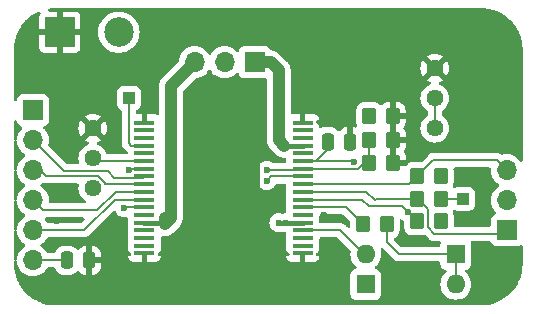
<source format=gbr>
%TF.GenerationSoftware,KiCad,Pcbnew,7.0.11+dfsg-1build4*%
%TF.CreationDate,2024-08-04T00:39:11+02:00*%
%TF.ProjectId,SmallESC,536d616c-6c45-4534-932e-6b696361645f,rev?*%
%TF.SameCoordinates,Original*%
%TF.FileFunction,Copper,L1,Top*%
%TF.FilePolarity,Positive*%
%FSLAX46Y46*%
G04 Gerber Fmt 4.6, Leading zero omitted, Abs format (unit mm)*
G04 Created by KiCad (PCBNEW 7.0.11+dfsg-1build4) date 2024-08-04 00:39:11*
%MOMM*%
%LPD*%
G01*
G04 APERTURE LIST*
G04 Aperture macros list*
%AMRoundRect*
0 Rectangle with rounded corners*
0 $1 Rounding radius*
0 $2 $3 $4 $5 $6 $7 $8 $9 X,Y pos of 4 corners*
0 Add a 4 corners polygon primitive as box body*
4,1,4,$2,$3,$4,$5,$6,$7,$8,$9,$2,$3,0*
0 Add four circle primitives for the rounded corners*
1,1,$1+$1,$2,$3*
1,1,$1+$1,$4,$5*
1,1,$1+$1,$6,$7*
1,1,$1+$1,$8,$9*
0 Add four rect primitives between the rounded corners*
20,1,$1+$1,$2,$3,$4,$5,0*
20,1,$1+$1,$4,$5,$6,$7,0*
20,1,$1+$1,$6,$7,$8,$9,0*
20,1,$1+$1,$8,$9,$2,$3,0*%
G04 Aperture macros list end*
%TA.AperFunction,ComponentPad*%
%ADD10R,2.500000X2.500000*%
%TD*%
%TA.AperFunction,ComponentPad*%
%ADD11C,2.500000*%
%TD*%
%TA.AperFunction,ComponentPad*%
%ADD12R,1.600000X1.600000*%
%TD*%
%TA.AperFunction,ComponentPad*%
%ADD13O,1.600000X1.600000*%
%TD*%
%TA.AperFunction,SMDPad,CuDef*%
%ADD14RoundRect,0.250000X-0.350000X-0.450000X0.350000X-0.450000X0.350000X0.450000X-0.350000X0.450000X0*%
%TD*%
%TA.AperFunction,ComponentPad*%
%ADD15C,1.440000*%
%TD*%
%TA.AperFunction,SMDPad,CuDef*%
%ADD16RoundRect,0.250000X0.350000X0.450000X-0.350000X0.450000X-0.350000X-0.450000X0.350000X-0.450000X0*%
%TD*%
%TA.AperFunction,ComponentPad*%
%ADD17R,1.700000X1.700000*%
%TD*%
%TA.AperFunction,ComponentPad*%
%ADD18O,1.700000X1.700000*%
%TD*%
%TA.AperFunction,SMDPad,CuDef*%
%ADD19RoundRect,0.250000X-0.250000X-0.475000X0.250000X-0.475000X0.250000X0.475000X-0.250000X0.475000X0*%
%TD*%
%TA.AperFunction,SMDPad,CuDef*%
%ADD20R,1.792199X0.431000*%
%TD*%
%TA.AperFunction,SMDPad,CuDef*%
%ADD21R,6.197600X16.002001*%
%TD*%
%TA.AperFunction,SMDPad,CuDef*%
%ADD22R,1.000000X1.000000*%
%TD*%
%TA.AperFunction,ViaPad*%
%ADD23C,0.600000*%
%TD*%
%TA.AperFunction,Conductor*%
%ADD24C,0.200000*%
%TD*%
%TA.AperFunction,Conductor*%
%ADD25C,0.400000*%
%TD*%
%TA.AperFunction,Conductor*%
%ADD26C,1.000000*%
%TD*%
G04 APERTURE END LIST*
D10*
%TO.P,J1,1,Pin_1*%
%TO.N,GND*%
X53086000Y-51816000D03*
D11*
%TO.P,J1,2,Pin_2*%
%TO.N,VDC*%
X58086000Y-51816000D03*
%TD*%
D12*
%TO.P,D2,1,K*%
%TO.N,Net-(D2-K)*%
X86614000Y-70612000D03*
D13*
%TO.P,D2,2,A*%
%TO.N,VDC*%
X78994000Y-70612000D03*
%TD*%
D14*
%TO.P,R6,1*%
%TO.N,/SENSEA*%
X79280000Y-60960000D03*
%TO.P,R6,2*%
%TO.N,GND*%
X81280000Y-60960000D03*
%TD*%
D15*
%TO.P,RV2,1,1*%
%TO.N,GND*%
X84836000Y-54864000D03*
%TO.P,RV2,2,2*%
%TO.N,Net-(U1-RCOFF)*%
X84836000Y-57404000D03*
%TO.P,RV2,3,3*%
X84836000Y-59944000D03*
%TD*%
D16*
%TO.P,R2,2*%
%TO.N,/H3*%
X83328000Y-65913000D03*
%TO.P,R2,1*%
%TO.N,+5V*%
X85328000Y-65913000D03*
%TD*%
D17*
%TO.P,J4,1,Pin_1*%
%TO.N,/H3*%
X90932000Y-68580000D03*
D18*
%TO.P,J4,2,Pin_2*%
%TO.N,/H2*%
X90932000Y-66040000D03*
%TO.P,J4,3,Pin_3*%
%TO.N,/H1*%
X90932000Y-63500000D03*
%TD*%
D19*
%TO.P,C1,1*%
%TO.N,/VBOOT*%
X53660000Y-71120000D03*
%TO.P,C1,2*%
%TO.N,GND*%
X55560000Y-71120000D03*
%TD*%
%TO.P,C3,1*%
%TO.N,Net-(U1-RCOFF)*%
X75758000Y-61087000D03*
%TO.P,C3,2*%
%TO.N,GND*%
X77658000Y-61087000D03*
%TD*%
D14*
%TO.P,R7,1*%
%TO.N,/SENSEA*%
X79264000Y-58928000D03*
%TO.P,R7,2*%
%TO.N,GND*%
X81264000Y-58928000D03*
%TD*%
D15*
%TO.P,RV1,1,1*%
%TO.N,GND*%
X55880000Y-59944000D03*
%TO.P,RV1,2,2*%
%TO.N,Net-(U1-RCPULSE)*%
X55880000Y-62484000D03*
%TO.P,RV1,3,3*%
X55880000Y-65024000D03*
%TD*%
D16*
%TO.P,R1,1*%
%TO.N,+5V*%
X85328000Y-67818000D03*
%TO.P,R1,2*%
%TO.N,/H2*%
X83328000Y-67818000D03*
%TD*%
D17*
%TO.P,J2,1,Pin_1*%
%TO.N,/Motor1*%
X69581000Y-54356000D03*
D18*
%TO.P,J2,2,Pin_2*%
%TO.N,/Motor2*%
X67041000Y-54356000D03*
%TO.P,J2,3,Pin_3*%
%TO.N,/Motor3*%
X64501000Y-54356000D03*
%TD*%
D16*
%TO.P,R3,1*%
%TO.N,+5V*%
X85328000Y-64008000D03*
%TO.P,R3,2*%
%TO.N,/H1*%
X83328000Y-64008000D03*
%TD*%
D17*
%TO.P,J3,1,Pin_1*%
%TO.N,/DIAG*%
X50800000Y-58420000D03*
D18*
%TO.P,J3,2,Pin_2*%
%TO.N,/DIR*%
X50800000Y-60960000D03*
%TO.P,J3,3,Pin_3*%
%TO.N,/ENABLE*%
X50800000Y-63500000D03*
%TO.P,J3,4,Pin_4*%
%TO.N,/SPEED*%
X50800000Y-66040000D03*
%TO.P,J3,5,Pin_5*%
%TO.N,/BRAKE*%
X50800000Y-68580000D03*
%TO.P,J3,6,Pin_6*%
%TO.N,/VBOOT*%
X50800000Y-71120000D03*
%TD*%
D20*
%TO.P,U1,1,GND*%
%TO.N,GND*%
X73660000Y-70530001D03*
%TO.P,U1,2,NC*%
%TO.N,unconnected-(U1-NC-Pad2)*%
X73660000Y-69880000D03*
%TO.P,U1,3,NC*%
%TO.N,unconnected-(U1-NC-Pad3)*%
X73660000Y-69229999D03*
%TO.P,U1,4,VSA*%
%TO.N,VDC*%
X73660000Y-68580000D03*
%TO.P,U1,5,OUT2*%
%TO.N,/Motor2*%
X73660000Y-67929999D03*
%TO.P,U1,6,NC*%
%TO.N,unconnected-(U1-NC-Pad6)*%
X73660000Y-67280000D03*
%TO.P,U1,7,VCP*%
%TO.N,Net-(U1-VCP)*%
X73660000Y-66629999D03*
%TO.P,U1,8,H2*%
%TO.N,/H2*%
X73660000Y-65980000D03*
%TO.P,U1,9,H3*%
%TO.N,/H3*%
X73660000Y-65329999D03*
%TO.P,U1,10,H1*%
%TO.N,/H1*%
X73660000Y-64680000D03*
%TO.P,U1,11,DIAG*%
%TO.N,/DIAG*%
X73660000Y-64029999D03*
%TO.P,U1,12,SENSEA*%
%TO.N,/SENSEA*%
X73660000Y-63380000D03*
%TO.P,U1,13,RCOFF*%
%TO.N,Net-(U1-RCOFF)*%
X73660000Y-62729999D03*
%TO.P,U1,14,NC*%
%TO.N,unconnected-(U1-NC-Pad14)*%
X73660000Y-62080001D03*
%TO.P,U1,15,OUT1*%
%TO.N,/Motor1*%
X73660000Y-61429999D03*
%TO.P,U1,16,NC*%
%TO.N,unconnected-(U1-NC-Pad16)*%
X73660000Y-60780001D03*
%TO.P,U1,17,NC*%
%TO.N,unconnected-(U1-NC-Pad17)*%
X73660000Y-60130002D03*
%TO.P,U1,18,GND*%
%TO.N,GND*%
X73660000Y-59480001D03*
%TO.P,U1,19,GND*%
X60248800Y-59480001D03*
%TO.P,U1,20,NC*%
%TO.N,unconnected-(U1-NC-Pad20)*%
X60248800Y-60130002D03*
%TO.P,U1,21,NC*%
%TO.N,unconnected-(U1-NC-Pad21)*%
X60248800Y-60780001D03*
%TO.P,U1,22,TACHO*%
%TO.N,Net-(U1-TACHO)*%
X60248800Y-61430002D03*
%TO.P,U1,23,NC*%
%TO.N,unconnected-(U1-NC-Pad23)*%
X60248800Y-62080001D03*
%TO.P,U1,24,RCPULSE*%
%TO.N,Net-(U1-RCPULSE)*%
X60248800Y-62730002D03*
%TO.P,U1,25,SENSEB*%
%TO.N,/SENSEA*%
X60248800Y-63380000D03*
%TO.P,U1,26,FWD/REV*%
%TO.N,/DIR*%
X60248800Y-64030002D03*
%TO.P,U1,27,EN*%
%TO.N,/ENABLE*%
X60248800Y-64680000D03*
%TO.P,U1,28,VREF*%
%TO.N,/SPEED*%
X60248800Y-65330002D03*
%TO.P,U1,29,BRAKE*%
%TO.N,/BRAKE*%
X60248800Y-65980000D03*
%TO.P,U1,30,VBOOT*%
%TO.N,/VBOOT*%
X60248800Y-66630002D03*
%TO.P,U1,31,NC*%
%TO.N,unconnected-(U1-NC-Pad31)*%
X60248800Y-67280000D03*
%TO.P,U1,32,OUT3*%
%TO.N,/Motor3*%
X60248800Y-67930001D03*
%TO.P,U1,33,VSB*%
%TO.N,VDC*%
X60248800Y-68580000D03*
%TO.P,U1,34,NC*%
%TO.N,unconnected-(U1-NC-Pad34)*%
X60248800Y-69230001D03*
%TO.P,U1,35,NC*%
%TO.N,unconnected-(U1-NC-Pad35)*%
X60248800Y-69880000D03*
%TO.P,U1,36,GND*%
%TO.N,GND*%
X60248800Y-70530001D03*
D21*
%TO.P,U1,EPAD,37*%
X66954400Y-65005001D03*
%TD*%
D14*
%TO.P,R5,1*%
%TO.N,/SENSEA*%
X79280000Y-62865000D03*
%TO.P,R5,2*%
%TO.N,GND*%
X81280000Y-62865000D03*
%TD*%
D16*
%TO.P,R4,1*%
%TO.N,Net-(D2-K)*%
X80756000Y-68072000D03*
%TO.P,R4,2*%
%TO.N,Net-(U1-VCP)*%
X78756000Y-68072000D03*
%TD*%
D22*
%TO.P,5V,1,1*%
%TO.N,+5V*%
X87249000Y-65913000D03*
%TD*%
%TO.P,TACHO,1,1*%
%TO.N,Net-(U1-TACHO)*%
X58928000Y-57404000D03*
%TD*%
D12*
%TO.P,D3,1,K*%
%TO.N,/VBOOT*%
X78994000Y-73152000D03*
D13*
%TO.P,D3,2,A*%
%TO.N,Net-(D2-K)*%
X86614000Y-73152000D03*
%TD*%
D23*
%TO.N,GND*%
X52832000Y-67818000D03*
X82423000Y-69723000D03*
X86868000Y-63754000D03*
X87757000Y-61468000D03*
X83185000Y-62103000D03*
X86487000Y-57404000D03*
X91821000Y-56134000D03*
X81661000Y-54737000D03*
X77216000Y-54483000D03*
X73406000Y-54356000D03*
X77851000Y-59309000D03*
X73279000Y-58293000D03*
X68453000Y-50165000D03*
X85344000Y-50165000D03*
X64008000Y-50165000D03*
X76327000Y-50165000D03*
X80518000Y-50165000D03*
X90959027Y-50939452D03*
X72644000Y-50165000D03*
X88773000Y-50165000D03*
X60198000Y-50292000D03*
X56007000Y-50292000D03*
X54229000Y-54102000D03*
X53086000Y-54102000D03*
X51816000Y-53975000D03*
X49657000Y-53213000D03*
X50423422Y-51035001D03*
X49530000Y-56515000D03*
X53975000Y-62230000D03*
X52959000Y-65532000D03*
X58166000Y-68199000D03*
X62992000Y-69088000D03*
X80772000Y-71247000D03*
X88646000Y-70104000D03*
X69723000Y-66040000D03*
X64262000Y-65913000D03*
X69596000Y-57404000D03*
X64262000Y-57531000D03*
X64389000Y-70866000D03*
X69342000Y-71882000D03*
X71628000Y-69469000D03*
X75692000Y-69723000D03*
X75438000Y-67310000D03*
X88138000Y-68072000D03*
X89535000Y-64643000D03*
X91948000Y-61595000D03*
X91821000Y-70485000D03*
X91047446Y-73686131D03*
X88646000Y-74549000D03*
X85217000Y-74549000D03*
X80391000Y-74549000D03*
X76200000Y-74549000D03*
X72517000Y-74549000D03*
X68326000Y-74549000D03*
X63881000Y-74549000D03*
X58801000Y-74549000D03*
X53975000Y-74549000D03*
X50270646Y-73512732D03*
X56515000Y-71120000D03*
X82296000Y-58928000D03*
X82296000Y-62865000D03*
X82296000Y-60960000D03*
%TO.N,/DIAG*%
X70612000Y-64389000D03*
%TO.N,/VBOOT*%
X58547000Y-66675000D03*
%TO.N,/H2*%
X82558000Y-67048000D03*
%TO.N,Net-(U1-RCOFF)*%
X77978000Y-62780000D03*
%TO.N,/Motor2*%
X72263000Y-67945000D03*
X71628000Y-67945000D03*
%TO.N,/SENSEA*%
X70612000Y-63500000D03*
X58928000Y-63500000D03*
%TD*%
D24*
%TO.N,/VBOOT*%
X53660000Y-71120000D02*
X50800000Y-71120000D01*
%TO.N,+5V*%
X87249000Y-65913000D02*
X85328000Y-65913000D01*
%TO.N,GND*%
X55560000Y-71120000D02*
X56515000Y-71120000D01*
%TO.N,VDC*%
X78994000Y-70612000D02*
X78867000Y-70612000D01*
X78867000Y-70612000D02*
X76835000Y-68580000D01*
X76835000Y-68580000D02*
X73660000Y-68580000D01*
%TO.N,GND*%
X81280000Y-62865000D02*
X82296000Y-62865000D01*
X81280000Y-60960000D02*
X82296000Y-60960000D01*
X81264000Y-58928000D02*
X82296000Y-58928000D01*
X81264000Y-58928000D02*
X81264000Y-60944000D01*
X81264000Y-60944000D02*
X81280000Y-60960000D01*
X81280000Y-62865000D02*
X81280000Y-60960000D01*
%TO.N,Net-(U1-RCOFF)*%
X73660000Y-62729999D02*
X74756099Y-62729999D01*
X74756099Y-62729999D02*
X75758000Y-61728098D01*
X75758000Y-61728098D02*
X75758000Y-61087000D01*
%TO.N,/DIAG*%
X73660000Y-64029999D02*
X70971001Y-64029999D01*
X70971001Y-64029999D02*
X70612000Y-64389000D01*
%TO.N,/DIR*%
X50800000Y-60960000D02*
X53444000Y-63604000D01*
X53444000Y-63604000D02*
X57150494Y-63604000D01*
X60143802Y-64135000D02*
X60248800Y-64030002D01*
X57150494Y-63604000D02*
X57681494Y-64135000D01*
X57681494Y-64135000D02*
X60143802Y-64135000D01*
%TO.N,/ENABLE*%
X60248800Y-64680000D02*
X56900000Y-64680000D01*
X51939000Y-64004000D02*
X51435000Y-63500000D01*
X56900000Y-64680000D02*
X56900000Y-64601502D01*
X56900000Y-64601502D02*
X56302498Y-64004000D01*
X56302498Y-64004000D02*
X51939000Y-64004000D01*
X51435000Y-63500000D02*
X50800000Y-63500000D01*
%TO.N,/SPEED*%
X50800000Y-66040000D02*
X51650000Y-66890000D01*
X57802312Y-65330002D02*
X60248800Y-65330002D01*
X51650000Y-66890000D02*
X56242314Y-66890000D01*
X56242314Y-66890000D02*
X57802312Y-65330002D01*
%TO.N,/BRAKE*%
X50800000Y-68580000D02*
X55118000Y-68580000D01*
X55118000Y-68580000D02*
X57718000Y-65980000D01*
X57718000Y-65980000D02*
X60248800Y-65980000D01*
%TO.N,/VBOOT*%
X60248800Y-66630002D02*
X58591998Y-66630002D01*
X58591998Y-66630002D02*
X58547000Y-66675000D01*
%TO.N,/H3*%
X90932000Y-68580000D02*
X90640000Y-68872000D01*
X90640000Y-68872000D02*
X84797256Y-68872000D01*
X84797256Y-68872000D02*
X84228000Y-68302744D01*
X84228000Y-68302744D02*
X84228000Y-66813000D01*
X84228000Y-66813000D02*
X83328000Y-65913000D01*
%TO.N,/H1*%
X90932000Y-63500000D02*
X90082000Y-62650000D01*
X84686000Y-62650000D02*
X83328000Y-64008000D01*
X90082000Y-62650000D02*
X84686000Y-62650000D01*
%TO.N,Net-(U1-RCOFF)*%
X84836000Y-59944000D02*
X84836000Y-57404000D01*
X77978000Y-62780000D02*
X77927999Y-62729999D01*
X77927999Y-62729999D02*
X73660000Y-62729999D01*
D25*
%TO.N,/Motor2*%
X71628000Y-67945000D02*
X72263000Y-67945000D01*
X72278001Y-67929999D02*
X72263000Y-67945000D01*
X72263000Y-67914998D02*
X72278001Y-67929999D01*
X73660000Y-67929999D02*
X72278001Y-67929999D01*
D24*
%TO.N,/SENSEA*%
X70612000Y-63500000D02*
X73540000Y-63500000D01*
X73540000Y-63500000D02*
X73660000Y-63380000D01*
X60248800Y-63380000D02*
X59048000Y-63380000D01*
X59048000Y-63380000D02*
X58928000Y-63500000D01*
%TO.N,Net-(U1-RCPULSE)*%
X60248800Y-62730002D02*
X56126002Y-62730002D01*
X56126002Y-62730002D02*
X55880000Y-62484000D01*
%TO.N,Net-(U1-TACHO)*%
X60248800Y-61430002D02*
X59152701Y-61430002D01*
X59152701Y-61430002D02*
X58928000Y-61205301D01*
X58928000Y-61205301D02*
X58928000Y-57404000D01*
D25*
%TO.N,/Motor3*%
X60248800Y-67930001D02*
X61609999Y-67930001D01*
X61609999Y-67930001D02*
X61976000Y-67564000D01*
D26*
X64501000Y-54356000D02*
X62484000Y-56373000D01*
X62484000Y-56373000D02*
X62484000Y-67564000D01*
X62484000Y-67564000D02*
X61976000Y-68072000D01*
X61976000Y-68072000D02*
X61976000Y-67564000D01*
D24*
X61710900Y-67564000D02*
X61976000Y-67564000D01*
D25*
%TO.N,/Motor1*%
X73660000Y-61429999D02*
X72097999Y-61429999D01*
D26*
X72097999Y-61429999D02*
X71628000Y-60960000D01*
X71628000Y-55053000D02*
X70931000Y-54356000D01*
X71628000Y-60960000D02*
X71628000Y-55053000D01*
X70931000Y-54356000D02*
X69581000Y-54356000D01*
D24*
%TO.N,/SENSEA*%
X79280000Y-62865000D02*
X79280000Y-60960000D01*
X73660000Y-63380000D02*
X78352000Y-63380000D01*
X78352000Y-63380000D02*
X78867000Y-62865000D01*
X78867000Y-62865000D02*
X79280000Y-62865000D01*
%TO.N,/H1*%
X73660000Y-64680000D02*
X82656000Y-64680000D01*
X82656000Y-64680000D02*
X83328000Y-64008000D01*
%TO.N,/H3*%
X79045999Y-65329999D02*
X79756000Y-66040000D01*
X73660000Y-65329999D02*
X79045999Y-65329999D01*
X79756000Y-66040000D02*
X79883000Y-65913000D01*
X79883000Y-65913000D02*
X83328000Y-65913000D01*
%TO.N,/H2*%
X82058000Y-66548000D02*
X79248000Y-66548000D01*
X83328000Y-67818000D02*
X82058000Y-66548000D01*
X79248000Y-66548000D02*
X78680000Y-65980000D01*
X78680000Y-65980000D02*
X73660000Y-65980000D01*
%TO.N,Net-(U1-VCP)*%
X78756000Y-68072000D02*
X77313999Y-66629999D01*
X77313999Y-66629999D02*
X73660000Y-66629999D01*
%TO.N,Net-(D2-K)*%
X80756000Y-69580000D02*
X81788000Y-70612000D01*
X80756000Y-68072000D02*
X80756000Y-69580000D01*
X81788000Y-70612000D02*
X86614000Y-70612000D01*
%TO.N,Net-(U1-VCP)*%
X73705001Y-66675000D02*
X73660000Y-66629999D01*
%TO.N,Net-(D2-K)*%
X86614000Y-70612000D02*
X86614000Y-73152000D01*
%TD*%
%TA.AperFunction,Conductor*%
%TO.N,GND*%
G36*
X65855855Y-55022546D02*
G01*
X65872575Y-55041842D01*
X65977465Y-55191641D01*
X66002505Y-55227401D01*
X66169599Y-55394495D01*
X66266384Y-55462265D01*
X66363165Y-55530032D01*
X66363167Y-55530033D01*
X66363170Y-55530035D01*
X66577337Y-55629903D01*
X66805592Y-55691063D01*
X66982034Y-55706500D01*
X67040999Y-55711659D01*
X67041000Y-55711659D01*
X67041001Y-55711659D01*
X67099966Y-55706500D01*
X67276408Y-55691063D01*
X67504663Y-55629903D01*
X67718830Y-55530035D01*
X67912401Y-55394495D01*
X68034329Y-55272566D01*
X68095648Y-55239084D01*
X68165340Y-55244068D01*
X68221274Y-55285939D01*
X68238189Y-55316917D01*
X68287202Y-55448328D01*
X68287206Y-55448335D01*
X68373452Y-55563544D01*
X68373455Y-55563547D01*
X68488664Y-55649793D01*
X68488671Y-55649797D01*
X68623517Y-55700091D01*
X68623516Y-55700091D01*
X68630444Y-55700835D01*
X68683127Y-55706500D01*
X70478872Y-55706499D01*
X70478874Y-55706498D01*
X70478887Y-55706498D01*
X70490244Y-55705277D01*
X70559003Y-55717681D01*
X70610141Y-55765291D01*
X70627500Y-55828566D01*
X70627500Y-60945721D01*
X70627460Y-60948861D01*
X70625243Y-61036362D01*
X70625243Y-61036371D01*
X70635648Y-61094420D01*
X70636956Y-61103748D01*
X70642925Y-61162430D01*
X70642927Y-61162444D01*
X70652033Y-61191468D01*
X70655772Y-61206701D01*
X70661142Y-61236653D01*
X70661142Y-61236655D01*
X70683020Y-61291424D01*
X70686177Y-61300292D01*
X70703841Y-61356588D01*
X70703842Y-61356589D01*
X70703844Y-61356595D01*
X70718603Y-61383185D01*
X70725336Y-61397361D01*
X70735842Y-61423663D01*
X70736622Y-61425614D01*
X70736627Y-61425624D01*
X70769080Y-61474866D01*
X70773962Y-61482923D01*
X70802588Y-61534498D01*
X70802589Y-61534500D01*
X70802591Y-61534502D01*
X70822410Y-61557588D01*
X70831855Y-61570115D01*
X70848599Y-61595521D01*
X70890299Y-61637221D01*
X70896703Y-61644130D01*
X70935132Y-61688893D01*
X70935134Y-61688895D01*
X70959193Y-61707518D01*
X70970972Y-61717893D01*
X71426419Y-62173339D01*
X71544592Y-62269697D01*
X71724950Y-62363908D01*
X71920581Y-62419886D01*
X71954396Y-62422461D01*
X72123470Y-62435336D01*
X72123471Y-62435335D01*
X72123475Y-62435336D01*
X72123725Y-62435304D01*
X72123864Y-62435326D01*
X72129758Y-62435177D01*
X72129785Y-62436275D01*
X72192714Y-62446355D01*
X72244777Y-62492951D01*
X72263400Y-62558308D01*
X72263400Y-62667343D01*
X72263401Y-62775499D01*
X72243717Y-62842539D01*
X72190913Y-62888294D01*
X72139401Y-62899500D01*
X71194412Y-62899500D01*
X71127373Y-62879815D01*
X71117097Y-62872445D01*
X71114263Y-62870185D01*
X71114262Y-62870184D01*
X71037847Y-62822169D01*
X70961523Y-62774211D01*
X70791254Y-62714631D01*
X70791249Y-62714630D01*
X70612004Y-62694435D01*
X70611996Y-62694435D01*
X70432750Y-62714630D01*
X70432745Y-62714631D01*
X70262476Y-62774211D01*
X70109737Y-62870184D01*
X69982184Y-62997737D01*
X69886211Y-63150476D01*
X69826631Y-63320745D01*
X69826630Y-63320750D01*
X69806435Y-63499996D01*
X69806435Y-63500003D01*
X69826630Y-63679249D01*
X69826633Y-63679262D01*
X69886209Y-63849519D01*
X69904437Y-63878530D01*
X69923436Y-63945767D01*
X69904437Y-64010470D01*
X69886209Y-64039480D01*
X69826633Y-64209737D01*
X69826630Y-64209750D01*
X69806435Y-64388996D01*
X69806435Y-64389003D01*
X69826630Y-64568249D01*
X69826631Y-64568254D01*
X69886211Y-64738523D01*
X69946063Y-64833776D01*
X69982184Y-64891262D01*
X70109738Y-65018816D01*
X70262478Y-65114789D01*
X70416258Y-65168599D01*
X70432745Y-65174368D01*
X70432750Y-65174369D01*
X70611996Y-65194565D01*
X70612000Y-65194565D01*
X70612004Y-65194565D01*
X70791249Y-65174369D01*
X70791252Y-65174368D01*
X70791255Y-65174368D01*
X70961522Y-65114789D01*
X71114262Y-65018816D01*
X71241816Y-64891262D01*
X71337789Y-64738522D01*
X71346529Y-64713545D01*
X71387251Y-64656769D01*
X71452203Y-64631021D01*
X71463571Y-64630499D01*
X72139400Y-64630499D01*
X72206439Y-64650184D01*
X72252194Y-64702988D01*
X72263400Y-64754498D01*
X72263400Y-64943369D01*
X72263401Y-64943372D01*
X72266792Y-64974921D01*
X72268601Y-64991742D01*
X72268601Y-65018249D01*
X72264602Y-65055452D01*
X72263400Y-65066629D01*
X72263400Y-65593369D01*
X72263401Y-65593375D01*
X72268601Y-65641747D01*
X72268601Y-65668252D01*
X72263400Y-65716627D01*
X72263400Y-65716632D01*
X72263400Y-65716633D01*
X72263400Y-66243370D01*
X72263401Y-66243374D01*
X72268601Y-66291742D01*
X72268601Y-66318249D01*
X72263400Y-66366629D01*
X72263400Y-66893369D01*
X72263401Y-66893375D01*
X72268601Y-66941747D01*
X72268601Y-66968252D01*
X72263400Y-67016627D01*
X72263400Y-67016632D01*
X72263400Y-67028576D01*
X72243715Y-67095615D01*
X72190911Y-67141370D01*
X72153284Y-67151796D01*
X72083749Y-67159630D01*
X72083742Y-67159632D01*
X71986454Y-67193675D01*
X71916676Y-67197236D01*
X71904546Y-67193675D01*
X71807257Y-67159632D01*
X71807249Y-67159630D01*
X71628004Y-67139435D01*
X71627996Y-67139435D01*
X71448750Y-67159630D01*
X71448745Y-67159631D01*
X71278476Y-67219211D01*
X71125737Y-67315184D01*
X70998184Y-67442737D01*
X70902211Y-67595476D01*
X70842631Y-67765745D01*
X70842630Y-67765750D01*
X70822435Y-67944996D01*
X70822435Y-67945003D01*
X70842630Y-68124249D01*
X70842631Y-68124254D01*
X70902211Y-68294523D01*
X70946305Y-68364697D01*
X70998184Y-68447262D01*
X71125738Y-68574816D01*
X71278478Y-68670789D01*
X71351453Y-68696324D01*
X71448745Y-68730368D01*
X71448750Y-68730369D01*
X71627996Y-68750565D01*
X71628000Y-68750565D01*
X71628004Y-68750565D01*
X71807251Y-68730369D01*
X71807253Y-68730368D01*
X71807255Y-68730368D01*
X71904545Y-68696323D01*
X71974323Y-68692761D01*
X71986455Y-68696324D01*
X72083748Y-68730369D01*
X72083747Y-68730369D01*
X72154524Y-68738343D01*
X72218938Y-68765409D01*
X72258493Y-68823003D01*
X72263930Y-68848307D01*
X72268600Y-68891740D01*
X72268601Y-68918249D01*
X72266192Y-68940652D01*
X72263680Y-68964027D01*
X72263400Y-68966629D01*
X72263400Y-69493369D01*
X72263401Y-69493375D01*
X72268601Y-69541747D01*
X72268601Y-69568250D01*
X72263400Y-69616627D01*
X72263400Y-69616629D01*
X72263400Y-69616633D01*
X72263400Y-70143370D01*
X72263401Y-70143376D01*
X72268853Y-70194092D01*
X72268853Y-70220599D01*
X72263900Y-70266670D01*
X72263900Y-70314501D01*
X72273598Y-70324199D01*
X72307609Y-70334186D01*
X72339834Y-70364188D01*
X72398212Y-70442170D01*
X72406354Y-70453046D01*
X72498778Y-70522235D01*
X72540648Y-70578169D01*
X72545632Y-70647860D01*
X72512146Y-70709183D01*
X72450823Y-70742668D01*
X72424466Y-70745501D01*
X72263900Y-70745501D01*
X72263900Y-70793345D01*
X72270301Y-70852873D01*
X72270303Y-70852880D01*
X72320545Y-70987587D01*
X72320549Y-70987594D01*
X72406709Y-71102688D01*
X72406712Y-71102691D01*
X72521806Y-71188851D01*
X72521813Y-71188855D01*
X72656520Y-71239097D01*
X72656527Y-71239099D01*
X72716055Y-71245500D01*
X72716072Y-71245501D01*
X73444500Y-71245501D01*
X73444500Y-70719999D01*
X73464185Y-70652960D01*
X73516989Y-70607205D01*
X73568497Y-70595999D01*
X73751501Y-70595999D01*
X73818539Y-70615684D01*
X73864294Y-70668488D01*
X73875500Y-70719999D01*
X73875500Y-71245501D01*
X74603928Y-71245501D01*
X74603944Y-71245500D01*
X74663472Y-71239099D01*
X74663479Y-71239097D01*
X74798186Y-71188855D01*
X74798193Y-71188851D01*
X74913287Y-71102691D01*
X74913290Y-71102688D01*
X74999450Y-70987594D01*
X74999454Y-70987587D01*
X75049696Y-70852880D01*
X75049698Y-70852873D01*
X75056099Y-70793345D01*
X75056100Y-70793328D01*
X75056100Y-70745501D01*
X74895534Y-70745501D01*
X74828495Y-70725816D01*
X74782740Y-70673012D01*
X74772796Y-70603854D01*
X74801821Y-70540298D01*
X74821222Y-70522235D01*
X74861678Y-70491949D01*
X74913646Y-70453046D01*
X74980164Y-70364188D01*
X75036097Y-70322319D01*
X75050964Y-70319636D01*
X75056100Y-70314501D01*
X75056100Y-70266673D01*
X75056099Y-70266659D01*
X75051147Y-70220603D01*
X75051147Y-70194090D01*
X75053021Y-70176660D01*
X75056600Y-70143373D01*
X75056599Y-69616628D01*
X75051398Y-69568245D01*
X75051399Y-69541742D01*
X75052392Y-69532512D01*
X75056600Y-69493372D01*
X75056599Y-69304499D01*
X75076283Y-69237461D01*
X75129087Y-69191706D01*
X75180599Y-69180500D01*
X76534903Y-69180500D01*
X76601942Y-69200185D01*
X76622584Y-69216819D01*
X77675220Y-70269455D01*
X77708705Y-70330778D01*
X77707550Y-70379664D01*
X77709306Y-70379974D01*
X77708364Y-70385313D01*
X77688532Y-70611998D01*
X77688532Y-70612001D01*
X77708364Y-70838686D01*
X77708366Y-70838697D01*
X77767258Y-71058488D01*
X77767261Y-71058497D01*
X77863431Y-71264732D01*
X77863432Y-71264734D01*
X77993954Y-71451141D01*
X78154858Y-71612045D01*
X78179462Y-71629273D01*
X78223087Y-71683849D01*
X78230281Y-71753348D01*
X78198758Y-71815703D01*
X78138529Y-71851117D01*
X78121593Y-71854138D01*
X78086516Y-71857908D01*
X77951671Y-71908202D01*
X77951664Y-71908206D01*
X77836455Y-71994452D01*
X77836452Y-71994455D01*
X77750206Y-72109664D01*
X77750202Y-72109671D01*
X77699908Y-72244517D01*
X77696163Y-72279356D01*
X77693501Y-72304123D01*
X77693500Y-72304135D01*
X77693500Y-73999870D01*
X77693501Y-73999876D01*
X77699908Y-74059483D01*
X77750202Y-74194328D01*
X77750206Y-74194335D01*
X77836452Y-74309544D01*
X77836455Y-74309547D01*
X77951664Y-74395793D01*
X77951671Y-74395797D01*
X78086517Y-74446091D01*
X78086516Y-74446091D01*
X78093444Y-74446835D01*
X78146127Y-74452500D01*
X79841872Y-74452499D01*
X79901483Y-74446091D01*
X80036331Y-74395796D01*
X80151546Y-74309546D01*
X80237796Y-74194331D01*
X80288091Y-74059483D01*
X80294500Y-73999873D01*
X80294499Y-72304128D01*
X80288091Y-72244517D01*
X80266903Y-72187710D01*
X80237797Y-72109671D01*
X80237793Y-72109664D01*
X80151547Y-71994455D01*
X80151544Y-71994452D01*
X80036335Y-71908206D01*
X80036328Y-71908202D01*
X79901482Y-71857908D01*
X79901483Y-71857908D01*
X79866404Y-71854137D01*
X79801853Y-71827399D01*
X79762005Y-71770006D01*
X79759512Y-71700181D01*
X79795165Y-71640092D01*
X79808539Y-71629272D01*
X79833140Y-71612046D01*
X79994045Y-71451141D01*
X79994047Y-71451139D01*
X80124568Y-71264734D01*
X80220739Y-71058496D01*
X80279635Y-70838692D01*
X80299468Y-70612000D01*
X80299048Y-70607205D01*
X80284610Y-70442170D01*
X80279635Y-70385308D01*
X80241126Y-70241589D01*
X80242789Y-70171742D01*
X80281951Y-70113879D01*
X80346180Y-70086375D01*
X80415082Y-70097961D01*
X80448582Y-70121817D01*
X81329799Y-71003034D01*
X81340493Y-71015228D01*
X81359538Y-71040048D01*
X81359719Y-71040283D01*
X81359720Y-71040284D01*
X81397225Y-71069062D01*
X81397226Y-71069064D01*
X81397227Y-71069064D01*
X81441051Y-71102691D01*
X81485159Y-71136536D01*
X81485161Y-71136536D01*
X81485163Y-71136538D01*
X81535394Y-71157344D01*
X81631238Y-71197044D01*
X81709619Y-71207363D01*
X81787999Y-71217682D01*
X81788000Y-71217682D01*
X81819302Y-71213560D01*
X81835487Y-71212500D01*
X85189501Y-71212500D01*
X85256540Y-71232185D01*
X85302295Y-71284989D01*
X85313501Y-71336500D01*
X85313501Y-71459876D01*
X85319908Y-71519483D01*
X85370202Y-71654328D01*
X85370206Y-71654335D01*
X85456452Y-71769544D01*
X85456455Y-71769547D01*
X85571664Y-71855793D01*
X85571671Y-71855797D01*
X85577334Y-71857909D01*
X85706517Y-71906091D01*
X85741596Y-71909862D01*
X85806144Y-71936599D01*
X85845993Y-71993991D01*
X85848488Y-72063816D01*
X85812836Y-72123905D01*
X85799464Y-72134725D01*
X85774858Y-72151954D01*
X85613954Y-72312858D01*
X85483432Y-72499265D01*
X85483431Y-72499267D01*
X85387261Y-72705502D01*
X85387258Y-72705511D01*
X85328366Y-72925302D01*
X85328364Y-72925313D01*
X85308532Y-73151998D01*
X85308532Y-73152001D01*
X85328364Y-73378686D01*
X85328366Y-73378697D01*
X85387258Y-73598488D01*
X85387261Y-73598497D01*
X85483431Y-73804732D01*
X85483432Y-73804734D01*
X85613954Y-73991141D01*
X85774858Y-74152045D01*
X85774861Y-74152047D01*
X85961266Y-74282568D01*
X86167504Y-74378739D01*
X86387308Y-74437635D01*
X86549230Y-74451801D01*
X86613998Y-74457468D01*
X86614000Y-74457468D01*
X86614002Y-74457468D01*
X86670807Y-74452498D01*
X86840692Y-74437635D01*
X87060496Y-74378739D01*
X87266734Y-74282568D01*
X87453139Y-74152047D01*
X87614047Y-73991139D01*
X87744568Y-73804734D01*
X87840739Y-73598496D01*
X87899635Y-73378692D01*
X87919468Y-73152000D01*
X87899635Y-72925308D01*
X87840739Y-72705504D01*
X87744568Y-72499266D01*
X87614047Y-72312861D01*
X87614045Y-72312858D01*
X87453143Y-72151956D01*
X87428536Y-72134726D01*
X87384912Y-72080149D01*
X87377719Y-72010650D01*
X87409241Y-71948296D01*
X87469471Y-71912882D01*
X87486404Y-71909861D01*
X87521483Y-71906091D01*
X87656331Y-71855796D01*
X87771546Y-71769546D01*
X87857796Y-71654331D01*
X87908091Y-71519483D01*
X87914500Y-71459873D01*
X87914499Y-69764128D01*
X87908091Y-69704517D01*
X87908091Y-69704516D01*
X87883966Y-69639833D01*
X87878982Y-69570141D01*
X87912468Y-69508818D01*
X87973791Y-69475334D01*
X88000148Y-69472500D01*
X89477577Y-69472500D01*
X89544616Y-69492185D01*
X89590371Y-69544989D01*
X89593759Y-69553168D01*
X89638201Y-69672326D01*
X89638206Y-69672335D01*
X89724452Y-69787544D01*
X89724455Y-69787547D01*
X89839664Y-69873793D01*
X89839671Y-69873797D01*
X89974517Y-69924091D01*
X89974516Y-69924091D01*
X89981444Y-69924835D01*
X90034127Y-69930500D01*
X91829872Y-69930499D01*
X91889483Y-69924091D01*
X92024331Y-69873796D01*
X92074689Y-69836097D01*
X92140152Y-69811680D01*
X92208425Y-69826531D01*
X92257831Y-69875935D01*
X92273000Y-69935364D01*
X92273000Y-71434948D01*
X92272851Y-71441033D01*
X92256447Y-71774928D01*
X92255254Y-71787037D01*
X92206651Y-72114694D01*
X92204277Y-72126630D01*
X92123792Y-72447944D01*
X92120259Y-72459588D01*
X92008670Y-72771459D01*
X92004014Y-72782702D01*
X91862385Y-73082151D01*
X91856648Y-73092883D01*
X91686362Y-73376988D01*
X91679602Y-73387106D01*
X91482275Y-73653170D01*
X91474555Y-73662576D01*
X91252111Y-73908006D01*
X91243506Y-73916611D01*
X90998076Y-74139055D01*
X90988670Y-74146775D01*
X90722606Y-74344102D01*
X90712488Y-74350862D01*
X90428383Y-74521148D01*
X90417651Y-74526885D01*
X90118202Y-74668514D01*
X90106959Y-74673170D01*
X89795088Y-74784759D01*
X89783444Y-74788292D01*
X89462130Y-74868777D01*
X89450194Y-74871151D01*
X89122537Y-74919754D01*
X89110428Y-74920947D01*
X88795489Y-74936419D01*
X88776531Y-74937351D01*
X88770449Y-74937500D01*
X52707551Y-74937500D01*
X52701468Y-74937351D01*
X52681400Y-74936365D01*
X52367571Y-74920947D01*
X52355462Y-74919754D01*
X52027805Y-74871151D01*
X52015869Y-74868777D01*
X51694555Y-74788292D01*
X51682911Y-74784759D01*
X51371040Y-74673170D01*
X51359801Y-74668515D01*
X51060344Y-74526883D01*
X51049621Y-74521150D01*
X50846998Y-74399703D01*
X50765511Y-74350862D01*
X50755393Y-74344102D01*
X50489329Y-74146775D01*
X50479923Y-74139055D01*
X50392129Y-74059483D01*
X50234486Y-73916604D01*
X50225895Y-73908013D01*
X50003444Y-73662576D01*
X49995724Y-73653170D01*
X49798397Y-73387106D01*
X49791637Y-73376988D01*
X49621344Y-73092871D01*
X49615620Y-73082163D01*
X49473979Y-72782688D01*
X49469329Y-72771459D01*
X49445732Y-72705511D01*
X49371937Y-72499266D01*
X49357740Y-72459588D01*
X49354207Y-72447944D01*
X49340671Y-72393905D01*
X49273719Y-72126617D01*
X49271348Y-72114694D01*
X49263777Y-72063657D01*
X49233258Y-71857908D01*
X49222745Y-71787037D01*
X49221552Y-71774927D01*
X49215168Y-71644986D01*
X49206075Y-71459873D01*
X49205149Y-71441032D01*
X49205000Y-71434948D01*
X49205000Y-71224383D01*
X49224685Y-71157344D01*
X49269402Y-71118596D01*
X49239938Y-71101895D01*
X49207431Y-71040048D01*
X49205000Y-71015616D01*
X49205000Y-68684383D01*
X49224685Y-68617344D01*
X49269402Y-68578596D01*
X49239938Y-68561895D01*
X49207431Y-68500048D01*
X49205000Y-68475616D01*
X49205000Y-66144383D01*
X49224685Y-66077344D01*
X49269402Y-66038596D01*
X49239938Y-66021895D01*
X49207431Y-65960048D01*
X49205000Y-65935616D01*
X49205000Y-63604383D01*
X49224685Y-63537344D01*
X49269402Y-63498596D01*
X49239938Y-63481895D01*
X49207431Y-63420048D01*
X49205000Y-63395616D01*
X49205000Y-61064383D01*
X49224685Y-60997344D01*
X49269402Y-60958596D01*
X49239938Y-60941895D01*
X49207431Y-60880048D01*
X49205000Y-60855616D01*
X49205000Y-59357071D01*
X49224685Y-59290032D01*
X49277489Y-59244277D01*
X49346647Y-59234333D01*
X49410203Y-59263358D01*
X49447977Y-59322136D01*
X49452290Y-59343818D01*
X49455908Y-59377483D01*
X49506202Y-59512328D01*
X49506206Y-59512335D01*
X49592452Y-59627544D01*
X49592455Y-59627547D01*
X49707664Y-59713793D01*
X49707671Y-59713797D01*
X49839081Y-59762810D01*
X49895015Y-59804681D01*
X49919432Y-59870145D01*
X49904580Y-59938418D01*
X49883430Y-59966673D01*
X49761503Y-60088600D01*
X49625965Y-60282169D01*
X49625964Y-60282171D01*
X49526098Y-60496335D01*
X49526094Y-60496344D01*
X49464938Y-60724586D01*
X49464936Y-60724596D01*
X49452528Y-60866424D01*
X49427075Y-60931492D01*
X49387370Y-60960242D01*
X49410203Y-60970670D01*
X49447977Y-61029448D01*
X49452528Y-61053575D01*
X49464936Y-61195403D01*
X49464938Y-61195413D01*
X49526094Y-61423655D01*
X49526096Y-61423659D01*
X49526097Y-61423663D01*
X49594389Y-61570115D01*
X49625965Y-61637830D01*
X49625967Y-61637834D01*
X49761501Y-61831395D01*
X49761506Y-61831402D01*
X49928597Y-61998493D01*
X49928603Y-61998498D01*
X50114158Y-62128425D01*
X50157783Y-62183002D01*
X50164977Y-62252500D01*
X50133454Y-62314855D01*
X50114158Y-62331575D01*
X49928597Y-62461505D01*
X49761505Y-62628597D01*
X49625965Y-62822169D01*
X49625964Y-62822171D01*
X49526098Y-63036335D01*
X49526094Y-63036344D01*
X49464938Y-63264586D01*
X49464936Y-63264596D01*
X49452528Y-63406424D01*
X49427075Y-63471492D01*
X49387370Y-63500242D01*
X49410203Y-63510670D01*
X49447977Y-63569448D01*
X49452528Y-63593575D01*
X49464936Y-63735403D01*
X49464938Y-63735413D01*
X49526094Y-63963655D01*
X49526096Y-63963659D01*
X49526097Y-63963663D01*
X49561451Y-64039480D01*
X49625965Y-64177830D01*
X49625967Y-64177834D01*
X49734281Y-64332521D01*
X49761501Y-64371396D01*
X49761506Y-64371402D01*
X49928597Y-64538493D01*
X49928603Y-64538498D01*
X50114158Y-64668425D01*
X50157783Y-64723002D01*
X50164977Y-64792500D01*
X50133454Y-64854855D01*
X50114158Y-64871575D01*
X49928597Y-65001505D01*
X49761505Y-65168597D01*
X49625965Y-65362169D01*
X49625964Y-65362171D01*
X49526098Y-65576335D01*
X49526094Y-65576344D01*
X49464938Y-65804586D01*
X49464936Y-65804596D01*
X49452528Y-65946424D01*
X49427075Y-66011492D01*
X49387370Y-66040242D01*
X49410203Y-66050670D01*
X49447977Y-66109448D01*
X49452528Y-66133575D01*
X49464936Y-66275403D01*
X49464938Y-66275413D01*
X49526094Y-66503655D01*
X49526096Y-66503659D01*
X49526097Y-66503663D01*
X49561927Y-66580500D01*
X49625965Y-66717830D01*
X49625967Y-66717834D01*
X49718409Y-66849854D01*
X49761501Y-66911396D01*
X49761506Y-66911402D01*
X49928597Y-67078493D01*
X49928603Y-67078498D01*
X50114158Y-67208425D01*
X50157783Y-67263002D01*
X50164977Y-67332500D01*
X50133454Y-67394855D01*
X50114158Y-67411575D01*
X49928597Y-67541505D01*
X49761505Y-67708597D01*
X49625965Y-67902169D01*
X49625964Y-67902171D01*
X49526098Y-68116335D01*
X49526094Y-68116344D01*
X49464938Y-68344586D01*
X49464936Y-68344596D01*
X49452528Y-68486424D01*
X49427075Y-68551492D01*
X49387370Y-68580242D01*
X49410203Y-68590670D01*
X49447977Y-68649448D01*
X49452528Y-68673575D01*
X49464936Y-68815403D01*
X49464938Y-68815413D01*
X49526094Y-69043655D01*
X49526096Y-69043659D01*
X49526097Y-69043663D01*
X49590400Y-69181561D01*
X49625965Y-69257830D01*
X49625967Y-69257834D01*
X49761501Y-69451395D01*
X49761506Y-69451402D01*
X49928597Y-69618493D01*
X49928603Y-69618498D01*
X50114158Y-69748425D01*
X50157783Y-69803002D01*
X50164977Y-69872500D01*
X50133454Y-69934855D01*
X50114158Y-69951575D01*
X49928597Y-70081505D01*
X49761505Y-70248597D01*
X49625965Y-70442169D01*
X49625964Y-70442171D01*
X49526098Y-70656335D01*
X49526094Y-70656344D01*
X49464938Y-70884586D01*
X49464936Y-70884596D01*
X49452528Y-71026424D01*
X49427075Y-71091492D01*
X49387370Y-71120242D01*
X49410203Y-71130670D01*
X49447977Y-71189448D01*
X49452528Y-71213575D01*
X49464936Y-71355403D01*
X49464938Y-71355413D01*
X49526094Y-71583655D01*
X49526096Y-71583659D01*
X49526097Y-71583663D01*
X49598839Y-71739658D01*
X49625965Y-71797830D01*
X49625967Y-71797834D01*
X49707395Y-71914124D01*
X49761505Y-71991401D01*
X49928599Y-72158495D01*
X50025384Y-72226265D01*
X50122165Y-72294032D01*
X50122167Y-72294033D01*
X50122170Y-72294035D01*
X50336337Y-72393903D01*
X50564592Y-72455063D01*
X50752918Y-72471539D01*
X50799999Y-72475659D01*
X50800000Y-72475659D01*
X50800001Y-72475659D01*
X50839234Y-72472226D01*
X51035408Y-72455063D01*
X51263663Y-72393903D01*
X51477830Y-72294035D01*
X51671401Y-72158495D01*
X51838495Y-71991401D01*
X51974035Y-71797830D01*
X51976707Y-71792097D01*
X52022878Y-71739658D01*
X52089091Y-71720500D01*
X52571415Y-71720500D01*
X52638454Y-71740185D01*
X52684209Y-71792989D01*
X52689118Y-71805489D01*
X52725186Y-71914334D01*
X52817288Y-72063656D01*
X52941344Y-72187712D01*
X53090666Y-72279814D01*
X53257203Y-72334999D01*
X53359991Y-72345500D01*
X53960008Y-72345499D01*
X53960016Y-72345498D01*
X53960019Y-72345498D01*
X54016302Y-72339748D01*
X54062797Y-72334999D01*
X54229334Y-72279814D01*
X54378656Y-72187712D01*
X54502712Y-72063656D01*
X54504752Y-72060347D01*
X54506745Y-72058555D01*
X54507193Y-72057989D01*
X54507289Y-72058065D01*
X54556694Y-72013623D01*
X54625656Y-72002395D01*
X54689740Y-72030234D01*
X54715829Y-72060339D01*
X54717681Y-72063341D01*
X54717683Y-72063344D01*
X54841654Y-72187315D01*
X54990875Y-72279356D01*
X54990880Y-72279358D01*
X55157302Y-72334505D01*
X55157309Y-72334506D01*
X55260019Y-72344999D01*
X55309999Y-72344998D01*
X55310000Y-72344998D01*
X55310000Y-71370000D01*
X55810000Y-71370000D01*
X55810000Y-72344999D01*
X55859972Y-72344999D01*
X55859986Y-72344998D01*
X55962697Y-72334505D01*
X56129119Y-72279358D01*
X56129124Y-72279356D01*
X56278345Y-72187315D01*
X56402315Y-72063345D01*
X56494356Y-71914124D01*
X56494358Y-71914119D01*
X56549505Y-71747697D01*
X56549506Y-71747690D01*
X56559999Y-71644986D01*
X56560000Y-71644973D01*
X56560000Y-71370000D01*
X55810000Y-71370000D01*
X55310000Y-71370000D01*
X55310000Y-69895000D01*
X55810000Y-69895000D01*
X55810000Y-70870000D01*
X56559999Y-70870000D01*
X56559999Y-70595028D01*
X56559998Y-70595013D01*
X56549505Y-70492302D01*
X56494358Y-70325880D01*
X56494356Y-70325875D01*
X56402315Y-70176654D01*
X56278345Y-70052684D01*
X56129124Y-69960643D01*
X56129119Y-69960641D01*
X55962697Y-69905494D01*
X55962690Y-69905493D01*
X55859986Y-69895000D01*
X55810000Y-69895000D01*
X55310000Y-69895000D01*
X55309999Y-69894999D01*
X55260029Y-69895000D01*
X55260011Y-69895001D01*
X55157302Y-69905494D01*
X54990880Y-69960641D01*
X54990875Y-69960643D01*
X54841654Y-70052684D01*
X54717683Y-70176655D01*
X54717679Y-70176660D01*
X54715826Y-70179665D01*
X54714018Y-70181290D01*
X54713202Y-70182323D01*
X54713025Y-70182183D01*
X54663874Y-70226385D01*
X54594911Y-70237601D01*
X54530831Y-70209752D01*
X54504753Y-70179653D01*
X54504737Y-70179628D01*
X54502712Y-70176344D01*
X54378656Y-70052288D01*
X54229334Y-69960186D01*
X54062797Y-69905001D01*
X54062795Y-69905000D01*
X53960010Y-69894500D01*
X53359998Y-69894500D01*
X53359980Y-69894501D01*
X53257203Y-69905000D01*
X53257200Y-69905001D01*
X53090668Y-69960185D01*
X53090663Y-69960187D01*
X52941342Y-70052289D01*
X52817289Y-70176342D01*
X52725187Y-70325663D01*
X52725185Y-70325668D01*
X52689121Y-70434504D01*
X52649348Y-70491949D01*
X52584833Y-70518772D01*
X52571415Y-70519500D01*
X52089091Y-70519500D01*
X52022052Y-70499815D01*
X51976711Y-70447909D01*
X51974037Y-70442175D01*
X51974034Y-70442170D01*
X51974033Y-70442169D01*
X51892456Y-70325663D01*
X51838494Y-70248597D01*
X51671402Y-70081506D01*
X51671396Y-70081501D01*
X51485842Y-69951575D01*
X51442217Y-69896998D01*
X51435023Y-69827500D01*
X51466546Y-69765145D01*
X51485842Y-69748425D01*
X51570641Y-69689048D01*
X51671401Y-69618495D01*
X51838495Y-69451401D01*
X51974035Y-69257830D01*
X51976707Y-69252097D01*
X52022878Y-69199658D01*
X52089091Y-69180500D01*
X55070513Y-69180500D01*
X55086697Y-69181560D01*
X55118000Y-69185682D01*
X55118001Y-69185682D01*
X55170254Y-69178802D01*
X55274762Y-69165044D01*
X55420841Y-69104536D01*
X55459650Y-69074757D01*
X55546282Y-69008282D01*
X55565509Y-68983223D01*
X55576190Y-68971043D01*
X57604294Y-66942939D01*
X57665615Y-66909456D01*
X57735307Y-66914440D01*
X57791240Y-66956312D01*
X57809015Y-66989668D01*
X57821210Y-67024521D01*
X57899112Y-67148500D01*
X57917184Y-67177262D01*
X58044738Y-67304816D01*
X58088797Y-67332500D01*
X58192278Y-67397522D01*
X58197478Y-67400789D01*
X58367745Y-67460368D01*
X58367750Y-67460369D01*
X58546996Y-67480565D01*
X58547000Y-67480565D01*
X58547003Y-67480565D01*
X58647841Y-67469203D01*
X58718026Y-67461295D01*
X58786847Y-67473349D01*
X58838227Y-67520698D01*
X58855199Y-67571263D01*
X58857401Y-67591749D01*
X58857401Y-67618253D01*
X58852200Y-67666628D01*
X58852200Y-67666633D01*
X58852200Y-67666634D01*
X58852200Y-68193371D01*
X58852201Y-68193375D01*
X58857401Y-68241743D01*
X58857401Y-68268250D01*
X58852200Y-68316630D01*
X58852200Y-68843370D01*
X58852201Y-68843376D01*
X58857401Y-68891748D01*
X58857401Y-68918249D01*
X58852200Y-68966628D01*
X58852200Y-68966634D01*
X58852200Y-68966635D01*
X58852200Y-69493371D01*
X58852201Y-69493375D01*
X58853861Y-69508818D01*
X58856408Y-69532512D01*
X58857401Y-69541743D01*
X58857401Y-69568250D01*
X58857198Y-69570141D01*
X58852703Y-69611954D01*
X58852200Y-69616630D01*
X58852200Y-70143370D01*
X58852201Y-70143376D01*
X58857653Y-70194092D01*
X58857653Y-70220599D01*
X58852700Y-70266670D01*
X58852700Y-70314501D01*
X58862398Y-70324199D01*
X58896409Y-70334186D01*
X58928634Y-70364188D01*
X58987012Y-70442170D01*
X58995154Y-70453046D01*
X59087578Y-70522235D01*
X59129448Y-70578169D01*
X59134432Y-70647860D01*
X59100946Y-70709183D01*
X59039623Y-70742668D01*
X59013266Y-70745501D01*
X58852700Y-70745501D01*
X58852700Y-70793345D01*
X58859101Y-70852873D01*
X58859103Y-70852880D01*
X58909345Y-70987587D01*
X58909349Y-70987594D01*
X58995509Y-71102688D01*
X58995512Y-71102691D01*
X59110606Y-71188851D01*
X59110613Y-71188855D01*
X59245320Y-71239097D01*
X59245327Y-71239099D01*
X59304855Y-71245500D01*
X59304872Y-71245501D01*
X60033300Y-71245501D01*
X60033300Y-70719999D01*
X60052985Y-70652960D01*
X60105789Y-70607205D01*
X60157297Y-70595999D01*
X60340301Y-70595999D01*
X60407339Y-70615684D01*
X60453094Y-70668488D01*
X60464300Y-70719999D01*
X60464300Y-71245501D01*
X61192728Y-71245501D01*
X61192744Y-71245500D01*
X61252272Y-71239099D01*
X61252279Y-71239097D01*
X61386986Y-71188855D01*
X61386993Y-71188851D01*
X61502087Y-71102691D01*
X61502090Y-71102688D01*
X61588250Y-70987594D01*
X61588254Y-70987587D01*
X61638496Y-70852880D01*
X61638498Y-70852873D01*
X61644899Y-70793345D01*
X61644900Y-70793328D01*
X61644900Y-70745501D01*
X61484334Y-70745501D01*
X61417295Y-70725816D01*
X61371540Y-70673012D01*
X61361596Y-70603854D01*
X61390621Y-70540298D01*
X61410022Y-70522235D01*
X61450478Y-70491949D01*
X61502446Y-70453046D01*
X61568964Y-70364188D01*
X61624897Y-70322319D01*
X61639764Y-70319636D01*
X61644900Y-70314501D01*
X61644900Y-70266673D01*
X61644899Y-70266659D01*
X61639947Y-70220603D01*
X61639947Y-70194090D01*
X61641821Y-70176660D01*
X61645400Y-70143373D01*
X61645399Y-69616628D01*
X61640199Y-69568250D01*
X61640199Y-69541747D01*
X61645400Y-69493374D01*
X61645399Y-69180086D01*
X61665083Y-69113049D01*
X61717887Y-69067294D01*
X61787046Y-69057350D01*
X61800473Y-69060045D01*
X61823711Y-69066062D01*
X61823715Y-69066063D01*
X61825458Y-69066151D01*
X61847234Y-69069205D01*
X61848946Y-69069603D01*
X61936482Y-69071819D01*
X61939518Y-69071934D01*
X62026936Y-69076369D01*
X62028661Y-69076104D01*
X62050604Y-69074712D01*
X62052363Y-69074757D01*
X62138623Y-69059295D01*
X62141553Y-69058809D01*
X62220125Y-69046773D01*
X62228065Y-69045557D01*
X62228065Y-69045556D01*
X62228071Y-69045556D01*
X62229714Y-69044947D01*
X62250923Y-69039168D01*
X62250926Y-69039167D01*
X62252653Y-69038858D01*
X62333936Y-69006389D01*
X62336774Y-69005296D01*
X62418887Y-68974886D01*
X62420374Y-68973958D01*
X62439977Y-68964032D01*
X62441617Y-68963377D01*
X62514666Y-68915233D01*
X62517286Y-68913552D01*
X62591571Y-68867252D01*
X62592846Y-68866039D01*
X62610055Y-68852366D01*
X62611519Y-68851402D01*
X62673428Y-68789491D01*
X62675597Y-68787377D01*
X62739053Y-68727059D01*
X62740061Y-68725609D01*
X62754151Y-68708768D01*
X63181409Y-68281510D01*
X63183578Y-68279395D01*
X63247053Y-68219059D01*
X63280766Y-68170619D01*
X63286405Y-68163141D01*
X63323697Y-68117408D01*
X63337786Y-68090433D01*
X63345908Y-68077027D01*
X63363295Y-68052049D01*
X63386568Y-67997815D01*
X63390595Y-67989336D01*
X63417909Y-67937049D01*
X63426275Y-67907808D01*
X63431544Y-67893009D01*
X63443538Y-67865062D01*
X63443540Y-67865058D01*
X63455421Y-67807238D01*
X63457655Y-67798136D01*
X63473886Y-67741418D01*
X63476195Y-67711089D01*
X63478376Y-67695536D01*
X63484500Y-67665741D01*
X63484500Y-67606744D01*
X63484858Y-67597330D01*
X63485283Y-67591749D01*
X63489336Y-67538524D01*
X63485493Y-67508345D01*
X63484500Y-67492682D01*
X63484500Y-56838782D01*
X63504185Y-56771743D01*
X63520814Y-56751105D01*
X64534031Y-55737888D01*
X64595352Y-55704405D01*
X64610896Y-55702044D01*
X64736408Y-55691063D01*
X64964663Y-55629903D01*
X65178830Y-55530035D01*
X65372401Y-55394495D01*
X65539495Y-55227401D01*
X65669425Y-55041842D01*
X65724002Y-54998217D01*
X65793500Y-54991023D01*
X65855855Y-55022546D01*
G37*
%TD.AperFunction*%
%TA.AperFunction,Conductor*%
G36*
X82048894Y-67675618D02*
G01*
X82049842Y-67674111D01*
X82055737Y-67677815D01*
X82055738Y-67677816D01*
X82062599Y-67682127D01*
X82169472Y-67749280D01*
X82215763Y-67801615D01*
X82227500Y-67854274D01*
X82227500Y-68318001D01*
X82227501Y-68318019D01*
X82238000Y-68420796D01*
X82238001Y-68420799D01*
X82293185Y-68587331D01*
X82293187Y-68587336D01*
X82311696Y-68617344D01*
X82385288Y-68736656D01*
X82509344Y-68860712D01*
X82658666Y-68952814D01*
X82825203Y-69007999D01*
X82927991Y-69018500D01*
X83728008Y-69018499D01*
X83728016Y-69018498D01*
X83728019Y-69018498D01*
X83784302Y-69012748D01*
X83830797Y-69007999D01*
X83948394Y-68969030D01*
X84018219Y-68966629D01*
X84075077Y-68999056D01*
X84339055Y-69263034D01*
X84349749Y-69275228D01*
X84368974Y-69300282D01*
X84457492Y-69368204D01*
X84494415Y-69396536D01*
X84494417Y-69396536D01*
X84494419Y-69396538D01*
X84548378Y-69418888D01*
X84640494Y-69457044D01*
X84765948Y-69473561D01*
X84797255Y-69477683D01*
X84797256Y-69477683D01*
X84797257Y-69477683D01*
X84828564Y-69473561D01*
X84844750Y-69472500D01*
X85227852Y-69472500D01*
X85294891Y-69492185D01*
X85340646Y-69544989D01*
X85350590Y-69614147D01*
X85344034Y-69639833D01*
X85319908Y-69704517D01*
X85315188Y-69748425D01*
X85313501Y-69764123D01*
X85313500Y-69764135D01*
X85313500Y-69887500D01*
X85293815Y-69954539D01*
X85241011Y-70000294D01*
X85189500Y-70011500D01*
X82088097Y-70011500D01*
X82021058Y-69991815D01*
X82000416Y-69975181D01*
X81416677Y-69391442D01*
X81383192Y-69330119D01*
X81388176Y-69260427D01*
X81430048Y-69204494D01*
X81439243Y-69198234D01*
X81574656Y-69114712D01*
X81698712Y-68990656D01*
X81790814Y-68841334D01*
X81845999Y-68674797D01*
X81856500Y-68572009D01*
X81856499Y-67776415D01*
X81876183Y-67709377D01*
X81928987Y-67663622D01*
X81998146Y-67653678D01*
X82048894Y-67675618D01*
G37*
%TD.AperFunction*%
%TA.AperFunction,Conductor*%
G36*
X77080941Y-67250184D02*
G01*
X77101583Y-67266818D01*
X77619181Y-67784416D01*
X77652666Y-67845739D01*
X77655500Y-67872097D01*
X77655500Y-68251903D01*
X77635815Y-68318942D01*
X77583011Y-68364697D01*
X77513853Y-68374641D01*
X77450297Y-68345616D01*
X77443819Y-68339584D01*
X77293199Y-68188964D01*
X77282503Y-68176767D01*
X77263286Y-68151722D01*
X77263283Y-68151720D01*
X77263282Y-68151718D01*
X77137841Y-68055464D01*
X77129596Y-68052049D01*
X77095054Y-68037741D01*
X76991762Y-67994956D01*
X76971451Y-67992282D01*
X76971450Y-67992281D01*
X76835001Y-67974318D01*
X76835000Y-67974318D01*
X76803697Y-67978439D01*
X76787513Y-67979500D01*
X75180600Y-67979500D01*
X75113561Y-67959815D01*
X75067806Y-67907011D01*
X75056600Y-67855501D01*
X75056599Y-67666629D01*
X75056597Y-67666608D01*
X75051399Y-67618253D01*
X75051399Y-67591747D01*
X75056600Y-67543373D01*
X75056599Y-67354498D01*
X75076283Y-67287460D01*
X75129087Y-67241705D01*
X75180599Y-67230499D01*
X77013902Y-67230499D01*
X77080941Y-67250184D01*
G37*
%TD.AperFunction*%
%TA.AperFunction,Conductor*%
G36*
X89529887Y-63270185D02*
G01*
X89575642Y-63322989D01*
X89586375Y-63385305D01*
X89578835Y-63471492D01*
X89576341Y-63499999D01*
X89576341Y-63500000D01*
X89596936Y-63735403D01*
X89596938Y-63735413D01*
X89658094Y-63963655D01*
X89658096Y-63963659D01*
X89658097Y-63963663D01*
X89693451Y-64039480D01*
X89757965Y-64177830D01*
X89757967Y-64177834D01*
X89866281Y-64332521D01*
X89893501Y-64371396D01*
X89893506Y-64371402D01*
X90060597Y-64538493D01*
X90060603Y-64538498D01*
X90246158Y-64668425D01*
X90289783Y-64723002D01*
X90296977Y-64792500D01*
X90265454Y-64854855D01*
X90246158Y-64871575D01*
X90060597Y-65001505D01*
X89893505Y-65168597D01*
X89757965Y-65362169D01*
X89757964Y-65362171D01*
X89658098Y-65576335D01*
X89658094Y-65576344D01*
X89596938Y-65804586D01*
X89596936Y-65804596D01*
X89576341Y-66039999D01*
X89576341Y-66040000D01*
X89596936Y-66275403D01*
X89596938Y-66275413D01*
X89658094Y-66503655D01*
X89658096Y-66503659D01*
X89658097Y-66503663D01*
X89693927Y-66580500D01*
X89757965Y-66717830D01*
X89757967Y-66717834D01*
X89850409Y-66849854D01*
X89893501Y-66911396D01*
X89893506Y-66911402D01*
X90015430Y-67033326D01*
X90048915Y-67094649D01*
X90043931Y-67164341D01*
X90002059Y-67220274D01*
X89971083Y-67237189D01*
X89839669Y-67286203D01*
X89839664Y-67286206D01*
X89724455Y-67372452D01*
X89724452Y-67372455D01*
X89638206Y-67487664D01*
X89638202Y-67487671D01*
X89587908Y-67622517D01*
X89581501Y-67682116D01*
X89581500Y-67682135D01*
X89581500Y-68147500D01*
X89561815Y-68214539D01*
X89509011Y-68260294D01*
X89457500Y-68271500D01*
X86552500Y-68271500D01*
X86485461Y-68251815D01*
X86439706Y-68199011D01*
X86428500Y-68147500D01*
X86428499Y-67317998D01*
X86428498Y-67317980D01*
X86417999Y-67215203D01*
X86417998Y-67215200D01*
X86410865Y-67193675D01*
X86362814Y-67048666D01*
X86355828Y-67037341D01*
X86337388Y-66969949D01*
X86358310Y-66903286D01*
X86411952Y-66858516D01*
X86481282Y-66849854D01*
X86504700Y-66856062D01*
X86641517Y-66907091D01*
X86641516Y-66907091D01*
X86648444Y-66907835D01*
X86701127Y-66913500D01*
X87796872Y-66913499D01*
X87856483Y-66907091D01*
X87991331Y-66856796D01*
X88106546Y-66770546D01*
X88192796Y-66655331D01*
X88243091Y-66520483D01*
X88249500Y-66460873D01*
X88249499Y-65365128D01*
X88243091Y-65305517D01*
X88241427Y-65301056D01*
X88192797Y-65170671D01*
X88192793Y-65170664D01*
X88106547Y-65055455D01*
X88106544Y-65055452D01*
X87991335Y-64969206D01*
X87991328Y-64969202D01*
X87856482Y-64918908D01*
X87856483Y-64918908D01*
X87796883Y-64912501D01*
X87796881Y-64912500D01*
X87796873Y-64912500D01*
X87796864Y-64912500D01*
X86701129Y-64912500D01*
X86701123Y-64912501D01*
X86641515Y-64918909D01*
X86504699Y-64969937D01*
X86435007Y-64974921D01*
X86373685Y-64941435D01*
X86340200Y-64880112D01*
X86345186Y-64810420D01*
X86355825Y-64788664D01*
X86362814Y-64777334D01*
X86417999Y-64610797D01*
X86428500Y-64508009D01*
X86428499Y-63507992D01*
X86417999Y-63405203D01*
X86417997Y-63405199D01*
X86416983Y-63400455D01*
X86422199Y-63330781D01*
X86464256Y-63274987D01*
X86529801Y-63250787D01*
X86538236Y-63250500D01*
X89462848Y-63250500D01*
X89529887Y-63270185D01*
G37*
%TD.AperFunction*%
%TA.AperFunction,Conductor*%
G36*
X55125942Y-67510185D02*
G01*
X55171697Y-67562989D01*
X55181641Y-67632147D01*
X55152616Y-67695703D01*
X55146584Y-67702181D01*
X54905584Y-67943181D01*
X54844261Y-67976666D01*
X54817903Y-67979500D01*
X52089091Y-67979500D01*
X52022052Y-67959815D01*
X51976711Y-67907909D01*
X51974037Y-67902175D01*
X51974034Y-67902170D01*
X51974033Y-67902169D01*
X51838495Y-67708599D01*
X51838493Y-67708596D01*
X51832078Y-67702181D01*
X51798593Y-67640858D01*
X51803577Y-67571166D01*
X51845449Y-67515233D01*
X51910913Y-67490816D01*
X51919759Y-67490500D01*
X55058903Y-67490500D01*
X55125942Y-67510185D01*
G37*
%TD.AperFunction*%
%TA.AperFunction,Conductor*%
G36*
X51730088Y-64567442D02*
G01*
X51782238Y-64589044D01*
X51860619Y-64599363D01*
X51938999Y-64609682D01*
X51939000Y-64609682D01*
X51970302Y-64605560D01*
X51986487Y-64604500D01*
X54567250Y-64604500D01*
X54634289Y-64624185D01*
X54680044Y-64676989D01*
X54689988Y-64746147D01*
X54687025Y-64760593D01*
X54673452Y-64811247D01*
X54673450Y-64811258D01*
X54654838Y-65023998D01*
X54654838Y-65024001D01*
X54673450Y-65236741D01*
X54673452Y-65236752D01*
X54728721Y-65443022D01*
X54728723Y-65443026D01*
X54728724Y-65443030D01*
X54771171Y-65534058D01*
X54818977Y-65636578D01*
X54941472Y-65811521D01*
X55092478Y-65962527D01*
X55092481Y-65962529D01*
X55218360Y-66050670D01*
X55237291Y-66063925D01*
X55280916Y-66118501D01*
X55288110Y-66188000D01*
X55256588Y-66250355D01*
X55196358Y-66285769D01*
X55166168Y-66289500D01*
X52269152Y-66289500D01*
X52202113Y-66269815D01*
X52156358Y-66217011D01*
X52145624Y-66154694D01*
X52155659Y-66040000D01*
X52135063Y-65804592D01*
X52073903Y-65576337D01*
X51974035Y-65362171D01*
X51951566Y-65330081D01*
X51838494Y-65168597D01*
X51671402Y-65001506D01*
X51671401Y-65001505D01*
X51485842Y-64871575D01*
X51485841Y-64871574D01*
X51442216Y-64816997D01*
X51435024Y-64747498D01*
X51466546Y-64685144D01*
X51485831Y-64668432D01*
X51611514Y-64580426D01*
X51677718Y-64558101D01*
X51730088Y-64567442D01*
G37*
%TD.AperFunction*%
%TA.AperFunction,Conductor*%
G36*
X88776532Y-49776648D02*
G01*
X89110429Y-49793052D01*
X89122537Y-49794245D01*
X89225646Y-49809539D01*
X89450199Y-49842849D01*
X89462117Y-49845219D01*
X89783451Y-49925709D01*
X89795088Y-49929240D01*
X89866306Y-49954722D01*
X90106967Y-50040832D01*
X90118188Y-50045479D01*
X90417663Y-50187120D01*
X90428371Y-50192844D01*
X90712488Y-50363137D01*
X90722606Y-50369897D01*
X90988670Y-50567224D01*
X90998076Y-50574944D01*
X91243513Y-50797395D01*
X91252104Y-50805986D01*
X91439255Y-51012475D01*
X91474555Y-51051423D01*
X91482275Y-51060829D01*
X91679602Y-51326893D01*
X91686362Y-51337011D01*
X91823612Y-51566000D01*
X91856648Y-51621116D01*
X91862383Y-51631844D01*
X91949482Y-51816000D01*
X92004014Y-51931297D01*
X92008670Y-51942540D01*
X92120259Y-52254411D01*
X92123792Y-52266055D01*
X92204277Y-52587369D01*
X92206651Y-52599305D01*
X92255254Y-52926962D01*
X92256447Y-52939071D01*
X92272851Y-53272966D01*
X92273000Y-53279051D01*
X92273000Y-62667343D01*
X92253315Y-62734382D01*
X92200511Y-62780137D01*
X92131353Y-62790081D01*
X92067797Y-62761056D01*
X92047425Y-62738466D01*
X91970494Y-62628597D01*
X91803402Y-62461506D01*
X91803395Y-62461501D01*
X91781764Y-62446355D01*
X91665618Y-62365028D01*
X91609834Y-62325967D01*
X91609830Y-62325965D01*
X91395663Y-62226097D01*
X91395659Y-62226096D01*
X91395655Y-62226094D01*
X91167413Y-62164938D01*
X91167403Y-62164936D01*
X90932001Y-62144341D01*
X90931999Y-62144341D01*
X90696596Y-62164936D01*
X90696583Y-62164939D01*
X90562719Y-62200806D01*
X90492869Y-62199143D01*
X90455141Y-62179407D01*
X90436286Y-62164939D01*
X90384841Y-62125464D01*
X90384838Y-62125462D01*
X90384837Y-62125462D01*
X90238762Y-62064956D01*
X90238760Y-62064955D01*
X90121361Y-62049500D01*
X90082000Y-62044318D01*
X90050697Y-62048439D01*
X90034513Y-62049500D01*
X84733487Y-62049500D01*
X84717302Y-62048439D01*
X84686000Y-62044318D01*
X84646639Y-62049500D01*
X84529239Y-62064955D01*
X84529237Y-62064956D01*
X84383157Y-62125464D01*
X84257718Y-62221716D01*
X84238489Y-62246775D01*
X84227798Y-62258965D01*
X83715582Y-62771181D01*
X83654259Y-62804666D01*
X83627901Y-62807500D01*
X82927998Y-62807500D01*
X82927980Y-62807501D01*
X82825203Y-62818000D01*
X82825200Y-62818001D01*
X82658668Y-62873185D01*
X82658663Y-62873187D01*
X82509342Y-62965289D01*
X82395951Y-63078681D01*
X82334628Y-63112166D01*
X82308270Y-63115000D01*
X81154000Y-63115000D01*
X81086961Y-63095315D01*
X81041206Y-63042511D01*
X81030000Y-62991000D01*
X81030000Y-61210000D01*
X81530000Y-61210000D01*
X81530000Y-62615000D01*
X82379999Y-62615000D01*
X82379999Y-62365028D01*
X82379998Y-62365013D01*
X82369505Y-62262302D01*
X82314358Y-62095880D01*
X82314356Y-62095875D01*
X82241401Y-61977597D01*
X82222961Y-61910205D01*
X82241401Y-61847403D01*
X82314356Y-61729124D01*
X82314358Y-61729119D01*
X82369505Y-61562697D01*
X82369506Y-61562690D01*
X82379999Y-61459986D01*
X82380000Y-61459973D01*
X82380000Y-61210000D01*
X81530000Y-61210000D01*
X81030000Y-61210000D01*
X81030000Y-60154107D01*
X81016834Y-60129996D01*
X81014000Y-60103638D01*
X81014000Y-59178000D01*
X81514000Y-59178000D01*
X81514000Y-59733892D01*
X81527166Y-59758004D01*
X81530000Y-59784362D01*
X81530000Y-60710000D01*
X82379999Y-60710000D01*
X82379999Y-60460028D01*
X82379998Y-60460013D01*
X82369505Y-60357302D01*
X82314358Y-60190880D01*
X82314356Y-60190875D01*
X82222315Y-60041654D01*
X82204342Y-60023681D01*
X82170857Y-59962358D01*
X82172170Y-59944001D01*
X83610838Y-59944001D01*
X83629450Y-60156741D01*
X83629452Y-60156752D01*
X83684721Y-60363022D01*
X83684723Y-60363026D01*
X83684724Y-60363030D01*
X83727171Y-60454058D01*
X83774977Y-60556578D01*
X83897472Y-60731521D01*
X84048478Y-60882527D01*
X84048481Y-60882529D01*
X84223419Y-61005021D01*
X84223421Y-61005022D01*
X84223420Y-61005022D01*
X84275802Y-61029448D01*
X84416970Y-61095276D01*
X84416976Y-61095277D01*
X84416977Y-61095278D01*
X84425546Y-61097574D01*
X84623253Y-61150549D01*
X84775215Y-61163844D01*
X84835998Y-61169162D01*
X84836000Y-61169162D01*
X84836002Y-61169162D01*
X84889186Y-61164508D01*
X85048747Y-61150549D01*
X85255030Y-61095276D01*
X85448581Y-61005021D01*
X85623519Y-60882529D01*
X85774529Y-60731519D01*
X85897021Y-60556581D01*
X85987276Y-60363030D01*
X86042549Y-60156747D01*
X86061162Y-59944000D01*
X86042549Y-59731253D01*
X85987276Y-59524970D01*
X85897021Y-59331419D01*
X85774529Y-59156481D01*
X85774527Y-59156478D01*
X85623521Y-59005472D01*
X85489377Y-58911544D01*
X85445752Y-58856967D01*
X85436500Y-58809969D01*
X85436500Y-58538031D01*
X85456185Y-58470992D01*
X85489377Y-58436456D01*
X85583419Y-58370607D01*
X85623519Y-58342529D01*
X85774529Y-58191519D01*
X85897021Y-58016581D01*
X85987276Y-57823030D01*
X86042549Y-57616747D01*
X86061162Y-57404000D01*
X86042549Y-57191253D01*
X85987276Y-56984970D01*
X85897021Y-56791419D01*
X85774529Y-56616481D01*
X85774527Y-56616478D01*
X85623521Y-56465472D01*
X85448578Y-56342977D01*
X85448579Y-56342977D01*
X85294776Y-56271258D01*
X85255030Y-56252724D01*
X85255023Y-56252722D01*
X85249936Y-56250870D01*
X85250606Y-56249028D01*
X85198293Y-56217114D01*
X85167789Y-56154255D01*
X85176111Y-56084883D01*
X85220617Y-56031022D01*
X85250097Y-56017574D01*
X85249764Y-56016658D01*
X85254864Y-56014801D01*
X85448325Y-55924589D01*
X85504030Y-55885583D01*
X84880401Y-55261953D01*
X84961148Y-55249165D01*
X85074045Y-55191641D01*
X85163641Y-55102045D01*
X85221165Y-54989148D01*
X85233953Y-54908400D01*
X85857583Y-55532029D01*
X85896589Y-55476325D01*
X85986801Y-55282864D01*
X85986805Y-55282853D01*
X86042054Y-55076662D01*
X86042055Y-55076654D01*
X86060660Y-54864002D01*
X86060660Y-54863997D01*
X86042055Y-54651345D01*
X86042054Y-54651337D01*
X85986805Y-54445146D01*
X85986802Y-54445140D01*
X85896586Y-54251669D01*
X85896582Y-54251663D01*
X85857584Y-54195968D01*
X85233953Y-54819599D01*
X85221165Y-54738852D01*
X85163641Y-54625955D01*
X85074045Y-54536359D01*
X84961148Y-54478835D01*
X84880400Y-54466046D01*
X85504030Y-53842415D01*
X85448329Y-53803413D01*
X85254859Y-53713197D01*
X85254853Y-53713194D01*
X85048662Y-53657945D01*
X85048654Y-53657944D01*
X84836002Y-53639340D01*
X84835998Y-53639340D01*
X84623345Y-53657944D01*
X84623337Y-53657945D01*
X84417146Y-53713194D01*
X84417140Y-53713197D01*
X84223671Y-53803412D01*
X84223669Y-53803413D01*
X84167969Y-53842415D01*
X84167968Y-53842415D01*
X84791600Y-54466046D01*
X84710852Y-54478835D01*
X84597955Y-54536359D01*
X84508359Y-54625955D01*
X84450835Y-54738852D01*
X84438046Y-54819599D01*
X83814415Y-54195968D01*
X83814415Y-54195969D01*
X83775413Y-54251669D01*
X83775412Y-54251671D01*
X83685197Y-54445140D01*
X83685194Y-54445146D01*
X83629945Y-54651337D01*
X83629944Y-54651345D01*
X83611340Y-54863997D01*
X83611340Y-54864002D01*
X83629944Y-55076654D01*
X83629945Y-55076662D01*
X83685194Y-55282853D01*
X83685197Y-55282859D01*
X83775413Y-55476329D01*
X83814415Y-55532030D01*
X84438046Y-54908399D01*
X84450835Y-54989148D01*
X84508359Y-55102045D01*
X84597955Y-55191641D01*
X84710852Y-55249165D01*
X84791599Y-55261953D01*
X84167968Y-55885584D01*
X84223663Y-55924582D01*
X84223669Y-55924586D01*
X84417140Y-56014802D01*
X84422236Y-56016658D01*
X84421542Y-56018563D01*
X84473647Y-56050302D01*
X84504196Y-56113139D01*
X84495922Y-56182518D01*
X84451454Y-56236409D01*
X84421744Y-56249991D01*
X84422064Y-56250870D01*
X84416972Y-56252723D01*
X84416970Y-56252724D01*
X84416968Y-56252725D01*
X84223421Y-56342977D01*
X84048478Y-56465472D01*
X83897472Y-56616478D01*
X83774977Y-56791421D01*
X83684725Y-56984968D01*
X83684721Y-56984977D01*
X83629452Y-57191247D01*
X83629450Y-57191258D01*
X83610838Y-57403998D01*
X83610838Y-57404001D01*
X83629450Y-57616741D01*
X83629452Y-57616752D01*
X83684721Y-57823022D01*
X83684723Y-57823026D01*
X83684724Y-57823030D01*
X83713756Y-57885288D01*
X83774977Y-58016578D01*
X83897472Y-58191521D01*
X84048478Y-58342527D01*
X84182623Y-58436456D01*
X84226248Y-58491033D01*
X84235500Y-58538031D01*
X84235500Y-58809969D01*
X84215815Y-58877008D01*
X84182623Y-58911544D01*
X84048478Y-59005472D01*
X83897472Y-59156478D01*
X83774977Y-59331421D01*
X83684725Y-59524968D01*
X83684721Y-59524977D01*
X83629452Y-59731247D01*
X83629450Y-59731258D01*
X83610838Y-59943998D01*
X83610838Y-59944001D01*
X82172170Y-59944001D01*
X82175841Y-59892666D01*
X82201927Y-59852076D01*
X82201839Y-59852007D01*
X82202548Y-59851110D01*
X82204342Y-59848319D01*
X82206315Y-59846345D01*
X82298356Y-59697124D01*
X82298358Y-59697119D01*
X82353505Y-59530697D01*
X82353506Y-59530690D01*
X82363999Y-59427986D01*
X82364000Y-59427973D01*
X82364000Y-59178000D01*
X81514000Y-59178000D01*
X81014000Y-59178000D01*
X81014000Y-57728000D01*
X81514000Y-57728000D01*
X81514000Y-58678000D01*
X82363999Y-58678000D01*
X82363999Y-58428028D01*
X82363998Y-58428013D01*
X82353505Y-58325302D01*
X82298358Y-58158880D01*
X82298356Y-58158875D01*
X82206315Y-58009654D01*
X82082345Y-57885684D01*
X81933124Y-57793643D01*
X81933119Y-57793641D01*
X81766697Y-57738494D01*
X81766690Y-57738493D01*
X81663986Y-57728000D01*
X81514000Y-57728000D01*
X81014000Y-57728000D01*
X80864027Y-57728000D01*
X80864012Y-57728001D01*
X80761302Y-57738494D01*
X80594880Y-57793641D01*
X80594875Y-57793643D01*
X80445657Y-57885682D01*
X80352034Y-57979305D01*
X80290710Y-58012789D01*
X80221019Y-58007805D01*
X80176672Y-57979304D01*
X80082657Y-57885289D01*
X80082656Y-57885288D01*
X79933334Y-57793186D01*
X79766797Y-57738001D01*
X79766795Y-57738000D01*
X79664010Y-57727500D01*
X78863998Y-57727500D01*
X78863980Y-57727501D01*
X78761203Y-57738000D01*
X78761200Y-57738001D01*
X78594668Y-57793185D01*
X78594663Y-57793187D01*
X78445342Y-57885289D01*
X78321289Y-58009342D01*
X78229187Y-58158663D01*
X78229185Y-58158668D01*
X78218299Y-58191521D01*
X78174001Y-58325203D01*
X78174001Y-58325204D01*
X78174000Y-58325204D01*
X78163500Y-58427983D01*
X78163500Y-59428001D01*
X78163501Y-59428019D01*
X78174000Y-59530796D01*
X78174001Y-59530799D01*
X78229185Y-59697331D01*
X78229188Y-59697337D01*
X78229412Y-59697700D01*
X78229489Y-59697982D01*
X78232240Y-59703882D01*
X78231232Y-59704351D01*
X78247853Y-59765092D01*
X78226931Y-59831756D01*
X78173290Y-59876526D01*
X78103960Y-59885188D01*
X78084873Y-59880505D01*
X78060699Y-59872495D01*
X78060690Y-59872493D01*
X77957986Y-59862000D01*
X77908000Y-59862000D01*
X77908000Y-61213000D01*
X77888315Y-61280039D01*
X77835511Y-61325794D01*
X77784000Y-61337000D01*
X77532000Y-61337000D01*
X77464961Y-61317315D01*
X77419206Y-61264511D01*
X77408000Y-61213000D01*
X77408000Y-59862000D01*
X77407999Y-59861999D01*
X77358029Y-59862000D01*
X77358011Y-59862001D01*
X77255302Y-59872494D01*
X77088880Y-59927641D01*
X77088875Y-59927643D01*
X76939654Y-60019684D01*
X76815683Y-60143655D01*
X76815679Y-60143660D01*
X76813826Y-60146665D01*
X76812018Y-60148290D01*
X76811202Y-60149323D01*
X76811025Y-60149183D01*
X76761874Y-60193385D01*
X76692911Y-60204601D01*
X76628831Y-60176752D01*
X76602753Y-60146653D01*
X76602737Y-60146628D01*
X76600712Y-60143344D01*
X76476656Y-60019288D01*
X76354594Y-59944000D01*
X76327336Y-59927187D01*
X76327331Y-59927185D01*
X76261440Y-59905351D01*
X76160797Y-59872001D01*
X76160795Y-59872000D01*
X76058010Y-59861500D01*
X75457998Y-59861500D01*
X75457980Y-59861501D01*
X75355203Y-59872000D01*
X75355200Y-59872001D01*
X75213594Y-59918925D01*
X75143765Y-59921327D01*
X75083724Y-59885595D01*
X75052531Y-59823074D01*
X75051301Y-59787961D01*
X75056099Y-59743340D01*
X75056100Y-59743328D01*
X75056100Y-59695501D01*
X75046401Y-59685802D01*
X75012391Y-59675816D01*
X74980165Y-59645813D01*
X74913646Y-59556956D01*
X74878705Y-59530799D01*
X74821222Y-59487767D01*
X74779352Y-59431833D01*
X74774368Y-59362142D01*
X74807854Y-59300819D01*
X74869177Y-59267334D01*
X74895534Y-59264501D01*
X75056100Y-59264501D01*
X75056100Y-59216673D01*
X75056099Y-59216656D01*
X75049698Y-59157128D01*
X75049696Y-59157121D01*
X74999454Y-59022414D01*
X74999450Y-59022407D01*
X74913290Y-58907313D01*
X74913287Y-58907310D01*
X74798193Y-58821150D01*
X74798186Y-58821146D01*
X74663479Y-58770904D01*
X74663472Y-58770902D01*
X74603944Y-58764501D01*
X73875500Y-58764501D01*
X73875500Y-59290002D01*
X73855815Y-59357041D01*
X73803011Y-59402796D01*
X73751500Y-59414002D01*
X73568500Y-59414002D01*
X73501461Y-59394317D01*
X73455706Y-59341513D01*
X73444500Y-59290002D01*
X73444500Y-58764501D01*
X72752500Y-58764501D01*
X72685461Y-58744816D01*
X72639706Y-58692012D01*
X72628500Y-58640501D01*
X72628500Y-55067277D01*
X72628540Y-55064135D01*
X72630757Y-54976641D01*
X72630756Y-54976640D01*
X72630757Y-54976637D01*
X72620349Y-54918573D01*
X72619041Y-54909242D01*
X72613074Y-54850562D01*
X72603963Y-54821524D01*
X72600226Y-54806301D01*
X72594858Y-54776347D01*
X72572974Y-54721562D01*
X72569822Y-54712709D01*
X72552159Y-54656412D01*
X72552158Y-54656411D01*
X72552157Y-54656406D01*
X72537396Y-54629814D01*
X72530659Y-54615629D01*
X72519378Y-54587385D01*
X72519374Y-54587378D01*
X72486922Y-54538138D01*
X72482039Y-54530079D01*
X72474685Y-54516831D01*
X72453409Y-54478498D01*
X72433585Y-54455406D01*
X72424139Y-54442877D01*
X72407401Y-54417480D01*
X72365699Y-54375779D01*
X72359306Y-54368882D01*
X72320866Y-54324105D01*
X72296800Y-54305476D01*
X72285022Y-54295102D01*
X71648567Y-53658647D01*
X71646374Y-53656398D01*
X71586061Y-53592949D01*
X71586060Y-53592948D01*
X71586059Y-53592947D01*
X71537640Y-53559246D01*
X71530120Y-53553575D01*
X71484413Y-53516305D01*
X71484406Y-53516301D01*
X71457441Y-53502216D01*
X71444026Y-53494089D01*
X71419049Y-53476705D01*
X71419046Y-53476703D01*
X71419045Y-53476703D01*
X71419041Y-53476701D01*
X71364845Y-53453443D01*
X71356336Y-53449402D01*
X71304057Y-53422094D01*
X71304046Y-53422090D01*
X71274806Y-53413723D01*
X71260021Y-53408459D01*
X71232058Y-53396459D01*
X71174273Y-53384583D01*
X71165127Y-53382338D01*
X71108423Y-53366113D01*
X71084699Y-53364306D01*
X71078072Y-53363801D01*
X71062533Y-53361622D01*
X71032742Y-53355500D01*
X71032741Y-53355500D01*
X70995142Y-53355500D01*
X70928103Y-53335815D01*
X70882348Y-53283011D01*
X70878960Y-53274833D01*
X70874795Y-53263667D01*
X70874794Y-53263666D01*
X70788547Y-53148455D01*
X70788544Y-53148452D01*
X70673335Y-53062206D01*
X70673328Y-53062202D01*
X70538482Y-53011908D01*
X70538483Y-53011908D01*
X70478883Y-53005501D01*
X70478881Y-53005500D01*
X70478873Y-53005500D01*
X70478864Y-53005500D01*
X68683129Y-53005500D01*
X68683123Y-53005501D01*
X68623516Y-53011908D01*
X68488671Y-53062202D01*
X68488664Y-53062206D01*
X68373455Y-53148452D01*
X68373452Y-53148455D01*
X68287206Y-53263664D01*
X68287203Y-53263669D01*
X68238189Y-53395083D01*
X68196317Y-53451016D01*
X68130853Y-53475433D01*
X68062580Y-53460581D01*
X68034326Y-53439430D01*
X67912402Y-53317506D01*
X67912395Y-53317501D01*
X67718834Y-53181967D01*
X67718830Y-53181965D01*
X67700402Y-53173372D01*
X67504663Y-53082097D01*
X67504659Y-53082096D01*
X67504655Y-53082094D01*
X67276413Y-53020938D01*
X67276403Y-53020936D01*
X67041001Y-53000341D01*
X67040999Y-53000341D01*
X66805596Y-53020936D01*
X66805586Y-53020938D01*
X66577344Y-53082094D01*
X66577335Y-53082098D01*
X66363171Y-53181964D01*
X66363169Y-53181965D01*
X66169597Y-53317505D01*
X66002505Y-53484597D01*
X65872575Y-53670158D01*
X65817998Y-53713783D01*
X65748500Y-53720977D01*
X65686145Y-53689454D01*
X65669425Y-53670158D01*
X65539494Y-53484597D01*
X65372402Y-53317506D01*
X65372395Y-53317501D01*
X65178834Y-53181967D01*
X65178830Y-53181965D01*
X65160402Y-53173372D01*
X64964663Y-53082097D01*
X64964659Y-53082096D01*
X64964655Y-53082094D01*
X64736413Y-53020938D01*
X64736403Y-53020936D01*
X64501001Y-53000341D01*
X64500999Y-53000341D01*
X64265596Y-53020936D01*
X64265586Y-53020938D01*
X64037344Y-53082094D01*
X64037335Y-53082098D01*
X63823171Y-53181964D01*
X63823169Y-53181965D01*
X63629597Y-53317505D01*
X63462505Y-53484597D01*
X63326965Y-53678169D01*
X63326964Y-53678171D01*
X63227098Y-53892335D01*
X63227094Y-53892344D01*
X63165938Y-54120586D01*
X63165936Y-54120596D01*
X63154955Y-54246098D01*
X63129502Y-54311166D01*
X63119108Y-54322970D01*
X61786646Y-55655432D01*
X61784399Y-55657624D01*
X61720946Y-55717942D01*
X61687245Y-55766361D01*
X61681574Y-55773882D01*
X61644302Y-55819592D01*
X61644298Y-55819598D01*
X61630209Y-55846568D01*
X61622082Y-55859983D01*
X61604702Y-55884955D01*
X61581438Y-55939165D01*
X61577398Y-55947672D01*
X61550090Y-55999951D01*
X61550090Y-55999952D01*
X61541720Y-56029201D01*
X61536459Y-56043979D01*
X61524459Y-56071943D01*
X61512588Y-56129711D01*
X61510342Y-56138860D01*
X61494113Y-56195577D01*
X61491802Y-56225926D01*
X61489622Y-56241466D01*
X61483500Y-56271258D01*
X61483500Y-56330240D01*
X61483142Y-56339656D01*
X61478662Y-56398474D01*
X61482506Y-56428649D01*
X61483500Y-56444317D01*
X61483500Y-58678550D01*
X61463815Y-58745589D01*
X61411011Y-58791344D01*
X61341853Y-58801288D01*
X61316168Y-58794732D01*
X61252283Y-58770904D01*
X61252272Y-58770902D01*
X61192744Y-58764501D01*
X60464300Y-58764501D01*
X60464300Y-59290002D01*
X60444615Y-59357041D01*
X60391811Y-59402796D01*
X60340300Y-59414002D01*
X60157300Y-59414002D01*
X60090261Y-59394317D01*
X60044506Y-59341513D01*
X60033300Y-59290002D01*
X60033300Y-58764501D01*
X59652500Y-58764501D01*
X59585461Y-58744816D01*
X59539706Y-58692012D01*
X59528500Y-58640501D01*
X59528500Y-58486790D01*
X59548185Y-58419751D01*
X59600989Y-58373996D01*
X59609146Y-58370616D01*
X59670331Y-58347796D01*
X59785546Y-58261546D01*
X59871796Y-58146331D01*
X59922091Y-58011483D01*
X59928500Y-57951873D01*
X59928499Y-56856128D01*
X59922091Y-56796517D01*
X59920190Y-56791421D01*
X59871797Y-56661671D01*
X59871793Y-56661664D01*
X59785547Y-56546455D01*
X59785544Y-56546452D01*
X59670335Y-56460206D01*
X59670328Y-56460202D01*
X59535482Y-56409908D01*
X59535483Y-56409908D01*
X59475883Y-56403501D01*
X59475881Y-56403500D01*
X59475873Y-56403500D01*
X59475864Y-56403500D01*
X58380129Y-56403500D01*
X58380123Y-56403501D01*
X58320516Y-56409908D01*
X58185671Y-56460202D01*
X58185664Y-56460206D01*
X58070455Y-56546452D01*
X58070452Y-56546455D01*
X57984206Y-56661664D01*
X57984202Y-56661671D01*
X57933908Y-56796517D01*
X57927501Y-56856116D01*
X57927501Y-56856123D01*
X57927500Y-56856135D01*
X57927500Y-57951870D01*
X57927501Y-57951876D01*
X57933908Y-58011483D01*
X57984202Y-58146328D01*
X57984206Y-58146335D01*
X58070452Y-58261544D01*
X58070455Y-58261547D01*
X58185664Y-58347793D01*
X58185669Y-58347796D01*
X58246833Y-58370608D01*
X58302766Y-58412478D01*
X58327184Y-58477942D01*
X58327500Y-58486790D01*
X58327500Y-61157813D01*
X58326439Y-61173998D01*
X58322318Y-61205299D01*
X58322318Y-61205301D01*
X58327500Y-61244661D01*
X58327500Y-61244662D01*
X58342955Y-61362061D01*
X58342956Y-61362063D01*
X58389680Y-61474866D01*
X58403464Y-61508142D01*
X58470511Y-61595519D01*
X58499719Y-61633584D01*
X58524769Y-61652805D01*
X58536964Y-61663500D01*
X58694500Y-61821036D01*
X58705194Y-61833230D01*
X58724418Y-61858283D01*
X58788072Y-61907126D01*
X58829275Y-61963554D01*
X58833430Y-62033300D01*
X58799218Y-62094220D01*
X58737501Y-62126973D01*
X58712586Y-62129502D01*
X57140364Y-62129502D01*
X57073325Y-62109817D01*
X57027982Y-62057907D01*
X57021645Y-62044318D01*
X56952480Y-61895993D01*
X56941022Y-61871421D01*
X56931823Y-61858284D01*
X56818529Y-61696481D01*
X56818527Y-61696478D01*
X56667521Y-61545472D01*
X56527707Y-61447574D01*
X56492581Y-61422979D01*
X56492580Y-61422978D01*
X56492578Y-61422977D01*
X56492579Y-61422977D01*
X56350206Y-61356588D01*
X56299030Y-61332724D01*
X56299023Y-61332722D01*
X56293936Y-61330870D01*
X56294606Y-61329028D01*
X56242293Y-61297114D01*
X56211789Y-61234255D01*
X56220111Y-61164883D01*
X56264617Y-61111022D01*
X56294097Y-61097574D01*
X56293764Y-61096658D01*
X56298864Y-61094801D01*
X56492325Y-61004589D01*
X56548030Y-60965583D01*
X55924401Y-60341953D01*
X56005148Y-60329165D01*
X56118045Y-60271641D01*
X56207641Y-60182045D01*
X56265165Y-60069148D01*
X56277953Y-59988400D01*
X56901583Y-60612029D01*
X56940589Y-60556325D01*
X57030801Y-60362864D01*
X57030805Y-60362853D01*
X57086054Y-60156662D01*
X57086055Y-60156654D01*
X57104660Y-59944002D01*
X57104660Y-59943997D01*
X57086055Y-59731345D01*
X57086054Y-59731337D01*
X57030805Y-59525146D01*
X57030802Y-59525140D01*
X56940586Y-59331669D01*
X56940582Y-59331663D01*
X56901584Y-59275968D01*
X56277953Y-59899599D01*
X56265165Y-59818852D01*
X56207641Y-59705955D01*
X56118045Y-59616359D01*
X56005148Y-59558835D01*
X55924400Y-59546046D01*
X56548030Y-58922415D01*
X56492329Y-58883413D01*
X56298859Y-58793197D01*
X56298853Y-58793194D01*
X56092662Y-58737945D01*
X56092654Y-58737944D01*
X55880002Y-58719340D01*
X55879998Y-58719340D01*
X55667345Y-58737944D01*
X55667337Y-58737945D01*
X55461146Y-58793194D01*
X55461140Y-58793197D01*
X55267671Y-58883412D01*
X55267669Y-58883413D01*
X55211969Y-58922415D01*
X55211968Y-58922415D01*
X55835600Y-59546046D01*
X55754852Y-59558835D01*
X55641955Y-59616359D01*
X55552359Y-59705955D01*
X55494835Y-59818852D01*
X55482046Y-59899599D01*
X54858415Y-59275968D01*
X54858415Y-59275969D01*
X54819413Y-59331669D01*
X54819412Y-59331671D01*
X54729197Y-59525140D01*
X54729194Y-59525146D01*
X54673945Y-59731337D01*
X54673944Y-59731345D01*
X54655340Y-59943997D01*
X54655340Y-59944002D01*
X54673944Y-60156654D01*
X54673945Y-60156662D01*
X54729194Y-60362853D01*
X54729197Y-60362859D01*
X54819413Y-60556329D01*
X54858415Y-60612030D01*
X55482046Y-59988399D01*
X55494835Y-60069148D01*
X55552359Y-60182045D01*
X55641955Y-60271641D01*
X55754852Y-60329165D01*
X55835599Y-60341953D01*
X55211968Y-60965584D01*
X55267663Y-61004582D01*
X55267669Y-61004586D01*
X55461140Y-61094802D01*
X55466236Y-61096658D01*
X55465542Y-61098563D01*
X55517647Y-61130302D01*
X55548196Y-61193139D01*
X55539922Y-61262518D01*
X55495454Y-61316409D01*
X55465744Y-61329991D01*
X55466064Y-61330870D01*
X55460972Y-61332723D01*
X55460970Y-61332724D01*
X55460968Y-61332725D01*
X55267421Y-61422977D01*
X55092478Y-61545472D01*
X54941472Y-61696478D01*
X54818977Y-61871421D01*
X54728725Y-62064968D01*
X54728721Y-62064977D01*
X54673452Y-62271247D01*
X54673450Y-62271258D01*
X54654838Y-62483998D01*
X54654838Y-62484001D01*
X54673450Y-62696741D01*
X54673452Y-62696752D01*
X54713820Y-62847407D01*
X54712157Y-62917257D01*
X54672994Y-62975119D01*
X54608766Y-63002623D01*
X54594045Y-63003500D01*
X53744097Y-63003500D01*
X53677058Y-62983815D01*
X53656416Y-62967181D01*
X52132766Y-61443531D01*
X52099281Y-61382208D01*
X52100672Y-61323757D01*
X52102641Y-61316409D01*
X52135063Y-61195408D01*
X52155659Y-60960000D01*
X52154684Y-60948861D01*
X52135063Y-60724596D01*
X52135063Y-60724592D01*
X52073903Y-60496337D01*
X51974035Y-60282171D01*
X51903926Y-60182045D01*
X51838496Y-60088600D01*
X51791240Y-60041344D01*
X51716567Y-59966671D01*
X51683084Y-59905351D01*
X51688068Y-59835659D01*
X51729939Y-59779725D01*
X51760915Y-59762810D01*
X51892331Y-59713796D01*
X52007546Y-59627546D01*
X52093796Y-59512331D01*
X52144091Y-59377483D01*
X52150500Y-59317873D01*
X52150499Y-57522128D01*
X52144091Y-57462517D01*
X52093796Y-57327669D01*
X52093795Y-57327668D01*
X52093793Y-57327664D01*
X52007547Y-57212455D01*
X52007544Y-57212452D01*
X51892335Y-57126206D01*
X51892328Y-57126202D01*
X51757482Y-57075908D01*
X51757483Y-57075908D01*
X51697883Y-57069501D01*
X51697881Y-57069500D01*
X51697873Y-57069500D01*
X51697864Y-57069500D01*
X49902129Y-57069500D01*
X49902123Y-57069501D01*
X49842516Y-57075908D01*
X49707671Y-57126202D01*
X49707664Y-57126206D01*
X49592455Y-57212452D01*
X49592452Y-57212455D01*
X49506206Y-57327664D01*
X49506202Y-57327671D01*
X49455908Y-57462517D01*
X49452289Y-57496185D01*
X49425551Y-57560736D01*
X49368159Y-57600584D01*
X49298334Y-57603078D01*
X49238245Y-57567426D01*
X49206970Y-57504946D01*
X49205000Y-57482930D01*
X49205000Y-53279051D01*
X49205149Y-53272967D01*
X49209302Y-53188432D01*
X49221552Y-52939068D01*
X49222745Y-52926962D01*
X49271349Y-52599296D01*
X49273718Y-52587385D01*
X49354210Y-52266043D01*
X49357740Y-52254411D01*
X49469335Y-51942525D01*
X49473976Y-51931318D01*
X49615624Y-51631828D01*
X49621340Y-51621136D01*
X49791645Y-51336998D01*
X49798388Y-51326905D01*
X49995732Y-51060818D01*
X50003435Y-51051433D01*
X50225905Y-50805975D01*
X50234475Y-50797405D01*
X50479933Y-50574935D01*
X50489318Y-50567232D01*
X50755405Y-50369888D01*
X50765498Y-50363145D01*
X51049636Y-50192840D01*
X51060328Y-50187124D01*
X51281542Y-50082497D01*
X51350561Y-50071630D01*
X51414499Y-50099802D01*
X51453057Y-50158069D01*
X51453992Y-50227932D01*
X51433825Y-50268904D01*
X51392647Y-50323910D01*
X51392645Y-50323913D01*
X51342403Y-50458620D01*
X51342401Y-50458627D01*
X51336000Y-50518155D01*
X51336000Y-51566000D01*
X52485272Y-51566000D01*
X52462900Y-51613543D01*
X52432127Y-51774862D01*
X52442439Y-51938766D01*
X52483780Y-52066000D01*
X51336000Y-52066000D01*
X51336000Y-53113844D01*
X51342401Y-53173372D01*
X51342403Y-53173379D01*
X51392645Y-53308086D01*
X51392649Y-53308093D01*
X51478809Y-53423187D01*
X51478812Y-53423190D01*
X51593906Y-53509350D01*
X51593913Y-53509354D01*
X51728620Y-53559596D01*
X51728627Y-53559598D01*
X51788155Y-53565999D01*
X51788172Y-53566000D01*
X52836000Y-53566000D01*
X52836000Y-52420310D01*
X52844817Y-52425158D01*
X53003886Y-52466000D01*
X53126894Y-52466000D01*
X53248933Y-52450583D01*
X53336000Y-52416110D01*
X53336000Y-53566000D01*
X54383828Y-53566000D01*
X54383844Y-53565999D01*
X54443372Y-53559598D01*
X54443379Y-53559596D01*
X54578086Y-53509354D01*
X54578093Y-53509350D01*
X54693187Y-53423190D01*
X54693190Y-53423187D01*
X54779350Y-53308093D01*
X54779354Y-53308086D01*
X54829596Y-53173379D01*
X54829598Y-53173372D01*
X54835999Y-53113844D01*
X54836000Y-53113827D01*
X54836000Y-52066000D01*
X53686728Y-52066000D01*
X53709100Y-52018457D01*
X53739873Y-51857138D01*
X53737285Y-51816004D01*
X56330592Y-51816004D01*
X56350196Y-52077620D01*
X56350197Y-52077625D01*
X56408576Y-52333402D01*
X56408578Y-52333411D01*
X56408580Y-52333416D01*
X56504432Y-52577643D01*
X56635614Y-52804857D01*
X56732990Y-52926962D01*
X56799198Y-53009985D01*
X56948434Y-53148454D01*
X56991521Y-53188433D01*
X57208296Y-53336228D01*
X57208301Y-53336230D01*
X57208302Y-53336231D01*
X57208303Y-53336232D01*
X57304044Y-53382338D01*
X57444673Y-53450061D01*
X57444674Y-53450061D01*
X57444677Y-53450063D01*
X57695385Y-53527396D01*
X57954818Y-53566500D01*
X58217182Y-53566500D01*
X58476615Y-53527396D01*
X58727323Y-53450063D01*
X58963704Y-53336228D01*
X59180479Y-53188433D01*
X59360997Y-53020937D01*
X59372801Y-53009985D01*
X59372801Y-53009983D01*
X59372805Y-53009981D01*
X59536386Y-52804857D01*
X59667568Y-52577643D01*
X59763420Y-52333416D01*
X59821802Y-52077630D01*
X59822674Y-52066000D01*
X59841408Y-51816004D01*
X59841408Y-51815995D01*
X59821803Y-51554379D01*
X59821802Y-51554374D01*
X59821802Y-51554370D01*
X59763420Y-51298584D01*
X59667568Y-51054357D01*
X59536386Y-50827143D01*
X59372805Y-50622019D01*
X59372804Y-50622018D01*
X59372801Y-50622014D01*
X59180479Y-50443567D01*
X59067108Y-50366272D01*
X58963704Y-50295772D01*
X58963700Y-50295770D01*
X58963697Y-50295768D01*
X58963696Y-50295767D01*
X58727325Y-50181938D01*
X58727327Y-50181938D01*
X58476623Y-50104606D01*
X58476619Y-50104605D01*
X58476615Y-50104604D01*
X58351823Y-50085794D01*
X58217187Y-50065500D01*
X58217182Y-50065500D01*
X57954818Y-50065500D01*
X57954812Y-50065500D01*
X57793247Y-50089853D01*
X57695385Y-50104604D01*
X57695382Y-50104605D01*
X57695376Y-50104606D01*
X57444673Y-50181938D01*
X57208303Y-50295767D01*
X57208302Y-50295768D01*
X56991520Y-50443567D01*
X56799198Y-50622014D01*
X56635614Y-50827143D01*
X56504432Y-51054356D01*
X56408582Y-51298578D01*
X56408576Y-51298597D01*
X56350197Y-51554374D01*
X56350196Y-51554379D01*
X56330592Y-51815995D01*
X56330592Y-51816004D01*
X53737285Y-51816004D01*
X53729561Y-51693234D01*
X53688220Y-51566000D01*
X54836000Y-51566000D01*
X54836000Y-50518172D01*
X54835999Y-50518155D01*
X54829598Y-50458627D01*
X54829596Y-50458620D01*
X54779354Y-50323913D01*
X54779350Y-50323906D01*
X54693190Y-50208812D01*
X54693187Y-50208809D01*
X54578093Y-50122649D01*
X54578086Y-50122645D01*
X54443379Y-50072403D01*
X54443372Y-50072401D01*
X54383844Y-50066000D01*
X53336000Y-50066000D01*
X53336000Y-51211689D01*
X53327183Y-51206842D01*
X53168114Y-51166000D01*
X53045106Y-51166000D01*
X52923067Y-51181417D01*
X52836000Y-51215889D01*
X52836000Y-50066000D01*
X52204467Y-50066000D01*
X52137428Y-50046315D01*
X52091673Y-49993511D01*
X52081729Y-49924353D01*
X52110754Y-49860797D01*
X52169532Y-49823023D01*
X52186272Y-49819342D01*
X52355464Y-49794244D01*
X52367568Y-49793052D01*
X52701467Y-49776648D01*
X52707551Y-49776500D01*
X52770392Y-49776500D01*
X88707608Y-49776500D01*
X88770449Y-49776500D01*
X88776532Y-49776648D01*
G37*
%TD.AperFunction*%
%TD*%
M02*

</source>
